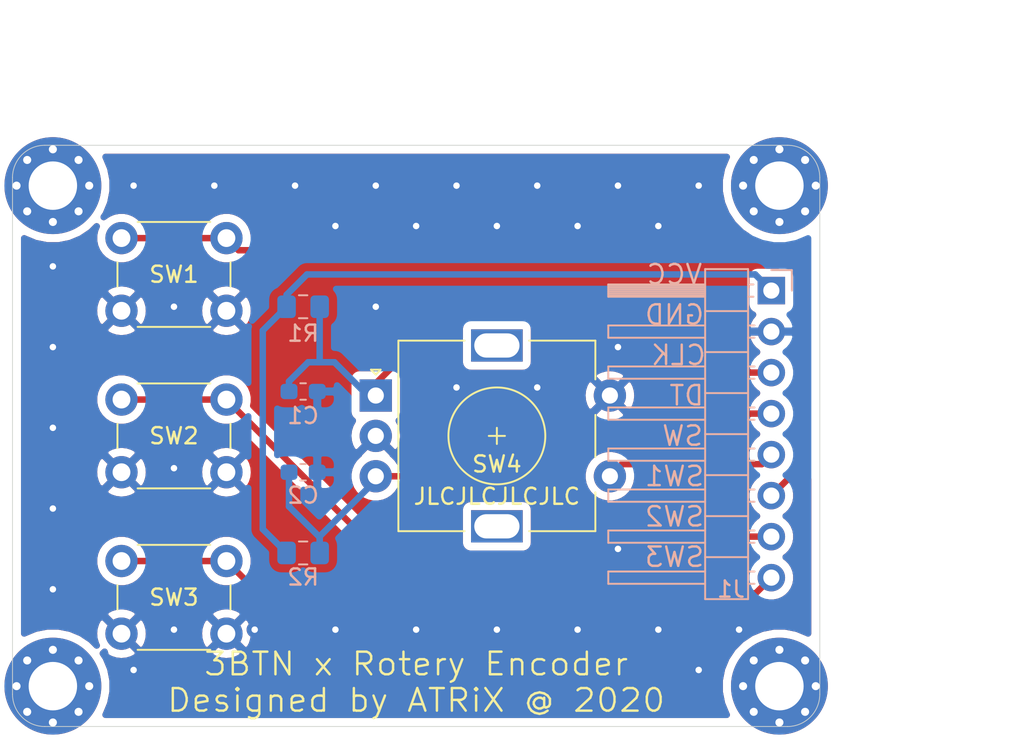
<source format=kicad_pcb>
(kicad_pcb (version 20171130) (host pcbnew "(5.1.5)-3")

  (general
    (thickness 1.6)
    (drawings 20)
    (tracks 84)
    (zones 0)
    (modules 13)
    (nets 9)
  )

  (page A4)
  (layers
    (0 F.Cu signal)
    (31 B.Cu signal)
    (32 B.Adhes user)
    (33 F.Adhes user)
    (34 B.Paste user)
    (35 F.Paste user)
    (36 B.SilkS user)
    (37 F.SilkS user)
    (38 B.Mask user)
    (39 F.Mask user)
    (40 Dwgs.User user)
    (41 Cmts.User user)
    (42 Eco1.User user)
    (43 Eco2.User user)
    (44 Edge.Cuts user)
    (45 Margin user)
    (46 B.CrtYd user hide)
    (47 F.CrtYd user hide)
    (48 B.Fab user hide)
    (49 F.Fab user hide)
  )

  (setup
    (last_trace_width 0.4)
    (trace_clearance 0.3)
    (zone_clearance 0.5)
    (zone_45_only no)
    (trace_min 0.2)
    (via_size 1)
    (via_drill 0.4)
    (via_min_size 0.4)
    (via_min_drill 0.3)
    (uvia_size 0.3)
    (uvia_drill 0.1)
    (uvias_allowed no)
    (uvia_min_size 0.2)
    (uvia_min_drill 0.1)
    (edge_width 0.05)
    (segment_width 0.2)
    (pcb_text_width 0.3)
    (pcb_text_size 1.5 1.5)
    (mod_edge_width 0.12)
    (mod_text_size 1 1)
    (mod_text_width 0.15)
    (pad_size 1.524 1.524)
    (pad_drill 0.762)
    (pad_to_mask_clearance 0.051)
    (solder_mask_min_width 0.25)
    (aux_axis_origin 0 0)
    (visible_elements 7FFFFFFF)
    (pcbplotparams
      (layerselection 0x010fc_ffffffff)
      (usegerberextensions false)
      (usegerberattributes false)
      (usegerberadvancedattributes false)
      (creategerberjobfile false)
      (excludeedgelayer true)
      (linewidth 0.100000)
      (plotframeref false)
      (viasonmask false)
      (mode 1)
      (useauxorigin false)
      (hpglpennumber 1)
      (hpglpenspeed 20)
      (hpglpendiameter 15.000000)
      (psnegative false)
      (psa4output false)
      (plotreference true)
      (plotvalue true)
      (plotinvisibletext false)
      (padsonsilk false)
      (subtractmaskfromsilk true)
      (outputformat 1)
      (mirror false)
      (drillshape 0)
      (scaleselection 1)
      (outputdirectory "gerber"))
  )

  (net 0 "")
  (net 1 CLK)
  (net 2 GND)
  (net 3 DT)
  (net 4 SW4)
  (net 5 SW3)
  (net 6 SW2)
  (net 7 SW1)
  (net 8 VCC)

  (net_class Default 这是默认网络类。
    (clearance 0.3)
    (trace_width 0.4)
    (via_dia 1)
    (via_drill 0.4)
    (uvia_dia 0.3)
    (uvia_drill 0.1)
    (add_net CLK)
    (add_net DT)
    (add_net GND)
    (add_net SW1)
    (add_net SW2)
    (add_net SW3)
    (add_net SW4)
    (add_net VCC)
  )

  (module Button_Switch_THT:SW_PUSH_6mm_H13mm (layer F.Cu) (tedit 5A02FE31) (tstamp 5E9205E3)
    (at 106.75 125.75)
    (descr "tactile push button, 6x6mm e.g. PHAP33xx series, height=13mm")
    (tags "tact sw push 6mm")
    (path /5E929F20)
    (fp_text reference SW3 (at 3.25 2.25) (layer F.SilkS)
      (effects (font (size 1 1) (thickness 0.15)))
    )
    (fp_text value SW_Push (at 3.75 6.7) (layer F.Fab)
      (effects (font (size 1 1) (thickness 0.15)))
    )
    (fp_circle (center 3.25 2.25) (end 1.25 2.5) (layer F.Fab) (width 0.1))
    (fp_line (start 6.75 3) (end 6.75 1.5) (layer F.SilkS) (width 0.12))
    (fp_line (start 5.5 -1) (end 1 -1) (layer F.SilkS) (width 0.12))
    (fp_line (start -0.25 1.5) (end -0.25 3) (layer F.SilkS) (width 0.12))
    (fp_line (start 1 5.5) (end 5.5 5.5) (layer F.SilkS) (width 0.12))
    (fp_line (start 8 -1.25) (end 8 5.75) (layer F.CrtYd) (width 0.05))
    (fp_line (start 7.75 6) (end -1.25 6) (layer F.CrtYd) (width 0.05))
    (fp_line (start -1.5 5.75) (end -1.5 -1.25) (layer F.CrtYd) (width 0.05))
    (fp_line (start -1.25 -1.5) (end 7.75 -1.5) (layer F.CrtYd) (width 0.05))
    (fp_line (start -1.5 6) (end -1.25 6) (layer F.CrtYd) (width 0.05))
    (fp_line (start -1.5 5.75) (end -1.5 6) (layer F.CrtYd) (width 0.05))
    (fp_line (start -1.5 -1.5) (end -1.25 -1.5) (layer F.CrtYd) (width 0.05))
    (fp_line (start -1.5 -1.25) (end -1.5 -1.5) (layer F.CrtYd) (width 0.05))
    (fp_line (start 8 -1.5) (end 8 -1.25) (layer F.CrtYd) (width 0.05))
    (fp_line (start 7.75 -1.5) (end 8 -1.5) (layer F.CrtYd) (width 0.05))
    (fp_line (start 8 6) (end 8 5.75) (layer F.CrtYd) (width 0.05))
    (fp_line (start 7.75 6) (end 8 6) (layer F.CrtYd) (width 0.05))
    (fp_line (start 0.25 -0.75) (end 3.25 -0.75) (layer F.Fab) (width 0.1))
    (fp_line (start 0.25 5.25) (end 0.25 -0.75) (layer F.Fab) (width 0.1))
    (fp_line (start 6.25 5.25) (end 0.25 5.25) (layer F.Fab) (width 0.1))
    (fp_line (start 6.25 -0.75) (end 6.25 5.25) (layer F.Fab) (width 0.1))
    (fp_line (start 3.25 -0.75) (end 6.25 -0.75) (layer F.Fab) (width 0.1))
    (fp_text user %R (at 3.25 2.25) (layer F.Fab)
      (effects (font (size 1 1) (thickness 0.15)))
    )
    (pad 1 thru_hole circle (at 6.5 0 90) (size 2 2) (drill 1.1) (layers *.Cu *.Mask)
      (net 4 SW4))
    (pad 2 thru_hole circle (at 6.5 4.5 90) (size 2 2) (drill 1.1) (layers *.Cu *.Mask)
      (net 2 GND))
    (pad 1 thru_hole circle (at 0 0 90) (size 2 2) (drill 1.1) (layers *.Cu *.Mask)
      (net 4 SW4))
    (pad 2 thru_hole circle (at 0 4.5 90) (size 2 2) (drill 1.1) (layers *.Cu *.Mask)
      (net 2 GND))
    (model ${KISYS3DMOD}/Button_Switch_THT.3dshapes/SW_PUSH_6mm_H13mm.wrl
      (at (xyz 0 0 0))
      (scale (xyz 1 1 1))
      (rotate (xyz 0 0 0))
    )
  )

  (module Button_Switch_THT:SW_PUSH_6mm_H13mm (layer F.Cu) (tedit 5A02FE31) (tstamp 5E9205C4)
    (at 106.75 115.75)
    (descr "tactile push button, 6x6mm e.g. PHAP33xx series, height=13mm")
    (tags "tact sw push 6mm")
    (path /5E92994E)
    (fp_text reference SW2 (at 3.25 2.25) (layer F.SilkS)
      (effects (font (size 1 1) (thickness 0.15)))
    )
    (fp_text value SW_Push (at 3.75 6.7) (layer F.Fab)
      (effects (font (size 1 1) (thickness 0.15)))
    )
    (fp_circle (center 3.25 2.25) (end 1.25 2.5) (layer F.Fab) (width 0.1))
    (fp_line (start 6.75 3) (end 6.75 1.5) (layer F.SilkS) (width 0.12))
    (fp_line (start 5.5 -1) (end 1 -1) (layer F.SilkS) (width 0.12))
    (fp_line (start -0.25 1.5) (end -0.25 3) (layer F.SilkS) (width 0.12))
    (fp_line (start 1 5.5) (end 5.5 5.5) (layer F.SilkS) (width 0.12))
    (fp_line (start 8 -1.25) (end 8 5.75) (layer F.CrtYd) (width 0.05))
    (fp_line (start 7.75 6) (end -1.25 6) (layer F.CrtYd) (width 0.05))
    (fp_line (start -1.5 5.75) (end -1.5 -1.25) (layer F.CrtYd) (width 0.05))
    (fp_line (start -1.25 -1.5) (end 7.75 -1.5) (layer F.CrtYd) (width 0.05))
    (fp_line (start -1.5 6) (end -1.25 6) (layer F.CrtYd) (width 0.05))
    (fp_line (start -1.5 5.75) (end -1.5 6) (layer F.CrtYd) (width 0.05))
    (fp_line (start -1.5 -1.5) (end -1.25 -1.5) (layer F.CrtYd) (width 0.05))
    (fp_line (start -1.5 -1.25) (end -1.5 -1.5) (layer F.CrtYd) (width 0.05))
    (fp_line (start 8 -1.5) (end 8 -1.25) (layer F.CrtYd) (width 0.05))
    (fp_line (start 7.75 -1.5) (end 8 -1.5) (layer F.CrtYd) (width 0.05))
    (fp_line (start 8 6) (end 8 5.75) (layer F.CrtYd) (width 0.05))
    (fp_line (start 7.75 6) (end 8 6) (layer F.CrtYd) (width 0.05))
    (fp_line (start 0.25 -0.75) (end 3.25 -0.75) (layer F.Fab) (width 0.1))
    (fp_line (start 0.25 5.25) (end 0.25 -0.75) (layer F.Fab) (width 0.1))
    (fp_line (start 6.25 5.25) (end 0.25 5.25) (layer F.Fab) (width 0.1))
    (fp_line (start 6.25 -0.75) (end 6.25 5.25) (layer F.Fab) (width 0.1))
    (fp_line (start 3.25 -0.75) (end 6.25 -0.75) (layer F.Fab) (width 0.1))
    (fp_text user %R (at 3.25 2.25) (layer F.Fab)
      (effects (font (size 1 1) (thickness 0.15)))
    )
    (pad 1 thru_hole circle (at 6.5 0 90) (size 2 2) (drill 1.1) (layers *.Cu *.Mask)
      (net 5 SW3))
    (pad 2 thru_hole circle (at 6.5 4.5 90) (size 2 2) (drill 1.1) (layers *.Cu *.Mask)
      (net 2 GND))
    (pad 1 thru_hole circle (at 0 0 90) (size 2 2) (drill 1.1) (layers *.Cu *.Mask)
      (net 5 SW3))
    (pad 2 thru_hole circle (at 0 4.5 90) (size 2 2) (drill 1.1) (layers *.Cu *.Mask)
      (net 2 GND))
    (model ${KISYS3DMOD}/Button_Switch_THT.3dshapes/SW_PUSH_6mm_H13mm.wrl
      (at (xyz 0 0 0))
      (scale (xyz 1 1 1))
      (rotate (xyz 0 0 0))
    )
  )

  (module Button_Switch_THT:SW_PUSH_6mm_H13mm (layer F.Cu) (tedit 5A02FE31) (tstamp 5E9205A5)
    (at 106.75 105.75)
    (descr "tactile push button, 6x6mm e.g. PHAP33xx series, height=13mm")
    (tags "tact sw push 6mm")
    (path /5E91B320)
    (fp_text reference SW1 (at 3.25 2.25) (layer F.SilkS)
      (effects (font (size 1 1) (thickness 0.15)))
    )
    (fp_text value SW_Push (at 3.75 6.7) (layer F.Fab)
      (effects (font (size 1 1) (thickness 0.15)))
    )
    (fp_circle (center 3.25 2.25) (end 1.25 2.5) (layer F.Fab) (width 0.1))
    (fp_line (start 6.75 3) (end 6.75 1.5) (layer F.SilkS) (width 0.12))
    (fp_line (start 5.5 -1) (end 1 -1) (layer F.SilkS) (width 0.12))
    (fp_line (start -0.25 1.5) (end -0.25 3) (layer F.SilkS) (width 0.12))
    (fp_line (start 1 5.5) (end 5.5 5.5) (layer F.SilkS) (width 0.12))
    (fp_line (start 8 -1.25) (end 8 5.75) (layer F.CrtYd) (width 0.05))
    (fp_line (start 7.75 6) (end -1.25 6) (layer F.CrtYd) (width 0.05))
    (fp_line (start -1.5 5.75) (end -1.5 -1.25) (layer F.CrtYd) (width 0.05))
    (fp_line (start -1.25 -1.5) (end 7.75 -1.5) (layer F.CrtYd) (width 0.05))
    (fp_line (start -1.5 6) (end -1.25 6) (layer F.CrtYd) (width 0.05))
    (fp_line (start -1.5 5.75) (end -1.5 6) (layer F.CrtYd) (width 0.05))
    (fp_line (start -1.5 -1.5) (end -1.25 -1.5) (layer F.CrtYd) (width 0.05))
    (fp_line (start -1.5 -1.25) (end -1.5 -1.5) (layer F.CrtYd) (width 0.05))
    (fp_line (start 8 -1.5) (end 8 -1.25) (layer F.CrtYd) (width 0.05))
    (fp_line (start 7.75 -1.5) (end 8 -1.5) (layer F.CrtYd) (width 0.05))
    (fp_line (start 8 6) (end 8 5.75) (layer F.CrtYd) (width 0.05))
    (fp_line (start 7.75 6) (end 8 6) (layer F.CrtYd) (width 0.05))
    (fp_line (start 0.25 -0.75) (end 3.25 -0.75) (layer F.Fab) (width 0.1))
    (fp_line (start 0.25 5.25) (end 0.25 -0.75) (layer F.Fab) (width 0.1))
    (fp_line (start 6.25 5.25) (end 0.25 5.25) (layer F.Fab) (width 0.1))
    (fp_line (start 6.25 -0.75) (end 6.25 5.25) (layer F.Fab) (width 0.1))
    (fp_line (start 3.25 -0.75) (end 6.25 -0.75) (layer F.Fab) (width 0.1))
    (fp_text user %R (at 3.25 2.25) (layer F.Fab)
      (effects (font (size 1 1) (thickness 0.15)))
    )
    (pad 1 thru_hole circle (at 6.5 0 90) (size 2 2) (drill 1.1) (layers *.Cu *.Mask)
      (net 6 SW2))
    (pad 2 thru_hole circle (at 6.5 4.5 90) (size 2 2) (drill 1.1) (layers *.Cu *.Mask)
      (net 2 GND))
    (pad 1 thru_hole circle (at 0 0 90) (size 2 2) (drill 1.1) (layers *.Cu *.Mask)
      (net 6 SW2))
    (pad 2 thru_hole circle (at 0 4.5 90) (size 2 2) (drill 1.1) (layers *.Cu *.Mask)
      (net 2 GND))
    (model ${KISYS3DMOD}/Button_Switch_THT.3dshapes/SW_PUSH_6mm_H13mm.wrl
      (at (xyz 0 0 0))
      (scale (xyz 1 1 1))
      (rotate (xyz 0 0 0))
    )
  )

  (module atrix_encoder:RotaryEncoder_Alps_EC11E-Switch_Vertical_H20mm (layer F.Cu) (tedit 5E947097) (tstamp 5E94CDB6)
    (at 122.5 115.5)
    (descr "Alps rotary encoder, EC12E... with switch, vertical shaft, http://www.alps.com/prod/info/E/HTML/Encoder/Incremental/EC11/EC11E15204A3.html")
    (tags "rotary encoder")
    (path /5E947D77)
    (fp_text reference SW4 (at 7.5 4.25) (layer F.SilkS)
      (effects (font (size 1 1) (thickness 0.15)))
    )
    (fp_text value Rotary_Encoder_Switch (at 7.5 10.4) (layer F.Fab)
      (effects (font (size 1 1) (thickness 0.15)))
    )
    (fp_circle (center 7.5 2.5) (end 10.5 2.5) (layer F.Fab) (width 0.12))
    (fp_circle (center 7.5 2.5) (end 10.5 2.5) (layer F.SilkS) (width 0.12))
    (fp_line (start 16 9.6) (end -1.5 9.6) (layer F.CrtYd) (width 0.05))
    (fp_line (start 16 9.6) (end 16 -4.6) (layer F.CrtYd) (width 0.05))
    (fp_line (start -1.5 -4.6) (end -1.5 9.6) (layer F.CrtYd) (width 0.05))
    (fp_line (start -1.5 -4.6) (end 16 -4.6) (layer F.CrtYd) (width 0.05))
    (fp_line (start 2.5 -3.3) (end 13.5 -3.3) (layer F.Fab) (width 0.12))
    (fp_line (start 13.5 -3.3) (end 13.5 8.3) (layer F.Fab) (width 0.12))
    (fp_line (start 13.5 8.3) (end 1.5 8.3) (layer F.Fab) (width 0.12))
    (fp_line (start 1.5 8.3) (end 1.5 -2.2) (layer F.Fab) (width 0.12))
    (fp_line (start 1.5 -2.2) (end 2.5 -3.3) (layer F.Fab) (width 0.12))
    (fp_line (start 9.5 -3.4) (end 13.6 -3.4) (layer F.SilkS) (width 0.12))
    (fp_line (start 13.6 8.4) (end 9.5 8.4) (layer F.SilkS) (width 0.12))
    (fp_line (start 5.5 8.4) (end 1.4 8.4) (layer F.SilkS) (width 0.12))
    (fp_line (start 5.5 -3.4) (end 1.4 -3.4) (layer F.SilkS) (width 0.12))
    (fp_line (start 1.4 -3.4) (end 1.4 8.4) (layer F.SilkS) (width 0.12))
    (fp_line (start 0 -1.3) (end -0.3 -1.6) (layer F.SilkS) (width 0.12))
    (fp_line (start -0.3 -1.6) (end 0.3 -1.6) (layer F.SilkS) (width 0.12))
    (fp_line (start 0.3 -1.6) (end 0 -1.3) (layer F.SilkS) (width 0.12))
    (fp_line (start 7.5 -0.5) (end 7.5 5.5) (layer F.Fab) (width 0.12))
    (fp_line (start 4.5 2.5) (end 10.5 2.5) (layer F.Fab) (width 0.12))
    (fp_line (start 13.6 -3.4) (end 13.6 -1) (layer F.SilkS) (width 0.12))
    (fp_line (start 13.6 1.2) (end 13.6 3.8) (layer F.SilkS) (width 0.12))
    (fp_line (start 13.6 6) (end 13.6 8.4) (layer F.SilkS) (width 0.12))
    (fp_line (start 7.5 2) (end 7.5 3) (layer F.SilkS) (width 0.12))
    (fp_line (start 7 2.5) (end 8 2.5) (layer F.SilkS) (width 0.12))
    (fp_text user %R (at 11.1 6.3) (layer F.Fab)
      (effects (font (size 1 1) (thickness 0.15)))
    )
    (pad A thru_hole rect (at 0 0) (size 2 2) (drill 1) (layers *.Cu *.Mask)
      (net 1 CLK))
    (pad C thru_hole circle (at 0 2.5) (size 2 2) (drill 1) (layers *.Cu *.Mask)
      (net 2 GND))
    (pad B thru_hole circle (at 0 5) (size 2 2) (drill 1) (layers *.Cu *.Mask)
      (net 3 DT))
    (pad MP thru_hole rect (at 7.5 -3.1) (size 3.2 2) (drill oval 2.8 1.5) (layers *.Cu *.Mask))
    (pad MP thru_hole rect (at 7.5 8.1) (size 3.2 2) (drill oval 2.8 1.5) (layers *.Cu *.Mask))
    (pad S2 thru_hole circle (at 14.5 0) (size 2 2) (drill 1) (layers *.Cu *.Mask)
      (net 2 GND))
    (pad S1 thru_hole circle (at 14.5 5) (size 2 2) (drill 1) (layers *.Cu *.Mask)
      (net 7 SW1))
    (model ${KISYS3DMOD}/Rotary_Encoder.3dshapes/RotaryEncoder_Alps_EC11E-Switch_Vertical_H20mm.wrl
      (at (xyz 0 0 0))
      (scale (xyz 1 1 1))
      (rotate (xyz 0 0 0))
    )
    (model ${KIPRJMOD}/atrix_encoder.pretty/3dpackages/EC11E-05SW.STEP
      (offset (xyz 7.5 -2.25 -11.5))
      (scale (xyz 1 1 1))
      (rotate (xyz 0 180 90))
    )
  )

  (module MountingHole:MountingHole_3mm_Pad_Via (layer F.Cu) (tedit 56DDBED4) (tstamp 5E922C37)
    (at 147.5 102.5)
    (descr "Mounting Hole 3mm")
    (tags "mounting hole 3mm")
    (attr virtual)
    (fp_text reference REF4 (at 17.5 -2.5) (layer F.SilkS) hide
      (effects (font (size 1 1) (thickness 0.15)))
    )
    (fp_text value MountingHole_3mm_Pad_Via (at 0 4) (layer F.Fab)
      (effects (font (size 1 1) (thickness 0.15)))
    )
    (fp_text user %R (at 0.3 0) (layer F.Fab)
      (effects (font (size 1 1) (thickness 0.15)))
    )
    (fp_circle (center 0 0) (end 3 0) (layer Cmts.User) (width 0.15))
    (fp_circle (center 0 0) (end 3.25 0) (layer F.CrtYd) (width 0.05))
    (pad 1 thru_hole circle (at 0 0) (size 6 6) (drill 3) (layers *.Cu *.Mask))
    (pad 1 thru_hole circle (at 2.25 0) (size 0.8 0.8) (drill 0.5) (layers *.Cu *.Mask))
    (pad 1 thru_hole circle (at 1.59099 1.59099) (size 0.8 0.8) (drill 0.5) (layers *.Cu *.Mask))
    (pad 1 thru_hole circle (at 0 2.25) (size 0.8 0.8) (drill 0.5) (layers *.Cu *.Mask))
    (pad 1 thru_hole circle (at -1.59099 1.59099) (size 0.8 0.8) (drill 0.5) (layers *.Cu *.Mask))
    (pad 1 thru_hole circle (at -2.25 0) (size 0.8 0.8) (drill 0.5) (layers *.Cu *.Mask))
    (pad 1 thru_hole circle (at -1.59099 -1.59099) (size 0.8 0.8) (drill 0.5) (layers *.Cu *.Mask))
    (pad 1 thru_hole circle (at 0 -2.25) (size 0.8 0.8) (drill 0.5) (layers *.Cu *.Mask))
    (pad 1 thru_hole circle (at 1.59099 -1.59099) (size 0.8 0.8) (drill 0.5) (layers *.Cu *.Mask))
  )

  (module MountingHole:MountingHole_3mm_Pad_Via (layer F.Cu) (tedit 56DDBED4) (tstamp 5E922C19)
    (at 102.5 102.5)
    (descr "Mounting Hole 3mm")
    (tags "mounting hole 3mm")
    (attr virtual)
    (fp_text reference REF3 (at 17.5 -6.5) (layer F.SilkS) hide
      (effects (font (size 1 1) (thickness 0.15)))
    )
    (fp_text value MountingHole_3mm_Pad_Via (at 0 4) (layer F.Fab)
      (effects (font (size 1 1) (thickness 0.15)))
    )
    (fp_circle (center 0 0) (end 3.25 0) (layer F.CrtYd) (width 0.05))
    (fp_circle (center 0 0) (end 3 0) (layer Cmts.User) (width 0.15))
    (fp_text user %R (at 0.3 0) (layer F.Fab)
      (effects (font (size 1 1) (thickness 0.15)))
    )
    (pad 1 thru_hole circle (at 1.59099 -1.59099) (size 0.8 0.8) (drill 0.5) (layers *.Cu *.Mask))
    (pad 1 thru_hole circle (at 0 -2.25) (size 0.8 0.8) (drill 0.5) (layers *.Cu *.Mask))
    (pad 1 thru_hole circle (at -1.59099 -1.59099) (size 0.8 0.8) (drill 0.5) (layers *.Cu *.Mask))
    (pad 1 thru_hole circle (at -2.25 0) (size 0.8 0.8) (drill 0.5) (layers *.Cu *.Mask))
    (pad 1 thru_hole circle (at -1.59099 1.59099) (size 0.8 0.8) (drill 0.5) (layers *.Cu *.Mask))
    (pad 1 thru_hole circle (at 0 2.25) (size 0.8 0.8) (drill 0.5) (layers *.Cu *.Mask))
    (pad 1 thru_hole circle (at 1.59099 1.59099) (size 0.8 0.8) (drill 0.5) (layers *.Cu *.Mask))
    (pad 1 thru_hole circle (at 2.25 0) (size 0.8 0.8) (drill 0.5) (layers *.Cu *.Mask))
    (pad 1 thru_hole circle (at 0 0) (size 6 6) (drill 3) (layers *.Cu *.Mask))
  )

  (module MountingHole:MountingHole_3mm_Pad_Via (layer F.Cu) (tedit 56DDBED4) (tstamp 5E922BF8)
    (at 102.5 133.5)
    (descr "Mounting Hole 3mm")
    (tags "mounting hole 3mm")
    (attr virtual)
    (fp_text reference REF2 (at -20.75 -10.75) (layer F.SilkS) hide
      (effects (font (size 1 1) (thickness 0.15)))
    )
    (fp_text value MountingHole_3mm_Pad_Via (at 0 4) (layer F.Fab)
      (effects (font (size 1 1) (thickness 0.15)))
    )
    (fp_text user %R (at 0.3 0) (layer F.Fab)
      (effects (font (size 1 1) (thickness 0.15)))
    )
    (fp_circle (center 0 0) (end 3 0) (layer Cmts.User) (width 0.15))
    (fp_circle (center 0 0) (end 3.25 0) (layer F.CrtYd) (width 0.05))
    (pad 1 thru_hole circle (at 0 0) (size 6 6) (drill 3) (layers *.Cu *.Mask))
    (pad 1 thru_hole circle (at 2.25 0) (size 0.8 0.8) (drill 0.5) (layers *.Cu *.Mask))
    (pad 1 thru_hole circle (at 1.59099 1.59099) (size 0.8 0.8) (drill 0.5) (layers *.Cu *.Mask))
    (pad 1 thru_hole circle (at 0 2.25) (size 0.8 0.8) (drill 0.5) (layers *.Cu *.Mask))
    (pad 1 thru_hole circle (at -1.59099 1.59099) (size 0.8 0.8) (drill 0.5) (layers *.Cu *.Mask))
    (pad 1 thru_hole circle (at -2.25 0) (size 0.8 0.8) (drill 0.5) (layers *.Cu *.Mask))
    (pad 1 thru_hole circle (at -1.59099 -1.59099) (size 0.8 0.8) (drill 0.5) (layers *.Cu *.Mask))
    (pad 1 thru_hole circle (at 0 -2.25) (size 0.8 0.8) (drill 0.5) (layers *.Cu *.Mask))
    (pad 1 thru_hole circle (at 1.59099 -1.59099) (size 0.8 0.8) (drill 0.5) (layers *.Cu *.Mask))
  )

  (module MountingHole:MountingHole_3mm_Pad_Via (layer F.Cu) (tedit 56DDBED4) (tstamp 5E922B05)
    (at 147.5 133.5)
    (descr "Mounting Hole 3mm")
    (tags "mounting hole 3mm")
    (attr virtual)
    (fp_text reference REF1 (at 17.5 -2.5) (layer F.SilkS) hide
      (effects (font (size 1 1) (thickness 0.15)))
    )
    (fp_text value MountingHole_3mm_Pad_Via (at 0 4) (layer F.Fab)
      (effects (font (size 1 1) (thickness 0.15)))
    )
    (fp_circle (center 0 0) (end 3.25 0) (layer F.CrtYd) (width 0.05))
    (fp_circle (center 0 0) (end 3 0) (layer Cmts.User) (width 0.15))
    (fp_text user %R (at 0.3 0) (layer F.Fab)
      (effects (font (size 1 1) (thickness 0.15)))
    )
    (pad 1 thru_hole circle (at 1.59099 -1.59099) (size 0.8 0.8) (drill 0.5) (layers *.Cu *.Mask))
    (pad 1 thru_hole circle (at 0 -2.25) (size 0.8 0.8) (drill 0.5) (layers *.Cu *.Mask))
    (pad 1 thru_hole circle (at -1.59099 -1.59099) (size 0.8 0.8) (drill 0.5) (layers *.Cu *.Mask))
    (pad 1 thru_hole circle (at -2.25 0) (size 0.8 0.8) (drill 0.5) (layers *.Cu *.Mask))
    (pad 1 thru_hole circle (at -1.59099 1.59099) (size 0.8 0.8) (drill 0.5) (layers *.Cu *.Mask))
    (pad 1 thru_hole circle (at 0 2.25) (size 0.8 0.8) (drill 0.5) (layers *.Cu *.Mask))
    (pad 1 thru_hole circle (at 1.59099 1.59099) (size 0.8 0.8) (drill 0.5) (layers *.Cu *.Mask))
    (pad 1 thru_hole circle (at 2.25 0) (size 0.8 0.8) (drill 0.5) (layers *.Cu *.Mask))
    (pad 1 thru_hole circle (at 0 0) (size 6 6) (drill 3) (layers *.Cu *.Mask))
  )

  (module Resistor_SMD:R_0805_2012Metric_Pad1.15x1.40mm_HandSolder (layer B.Cu) (tedit 5B36C52B) (tstamp 5E920586)
    (at 118 125.25 180)
    (descr "Resistor SMD 0805 (2012 Metric), square (rectangular) end terminal, IPC_7351 nominal with elongated pad for handsoldering. (Body size source: https://docs.google.com/spreadsheets/d/1BsfQQcO9C6DZCsRaXUlFlo91Tg2WpOkGARC1WS5S8t0/edit?usp=sharing), generated with kicad-footprint-generator")
    (tags "resistor handsolder")
    (path /5E922631)
    (attr smd)
    (fp_text reference R2 (at 0 -1.5 180) (layer B.SilkS)
      (effects (font (size 1 1) (thickness 0.15)) (justify mirror))
    )
    (fp_text value R (at 0 -1.65 180) (layer B.Fab)
      (effects (font (size 1 1) (thickness 0.15)) (justify mirror))
    )
    (fp_text user %R (at 0 0 180) (layer B.Fab)
      (effects (font (size 0.5 0.5) (thickness 0.08)) (justify mirror))
    )
    (fp_line (start 1.85 -0.95) (end -1.85 -0.95) (layer B.CrtYd) (width 0.05))
    (fp_line (start 1.85 0.95) (end 1.85 -0.95) (layer B.CrtYd) (width 0.05))
    (fp_line (start -1.85 0.95) (end 1.85 0.95) (layer B.CrtYd) (width 0.05))
    (fp_line (start -1.85 -0.95) (end -1.85 0.95) (layer B.CrtYd) (width 0.05))
    (fp_line (start -0.261252 -0.71) (end 0.261252 -0.71) (layer B.SilkS) (width 0.12))
    (fp_line (start -0.261252 0.71) (end 0.261252 0.71) (layer B.SilkS) (width 0.12))
    (fp_line (start 1 -0.6) (end -1 -0.6) (layer B.Fab) (width 0.1))
    (fp_line (start 1 0.6) (end 1 -0.6) (layer B.Fab) (width 0.1))
    (fp_line (start -1 0.6) (end 1 0.6) (layer B.Fab) (width 0.1))
    (fp_line (start -1 -0.6) (end -1 0.6) (layer B.Fab) (width 0.1))
    (pad 2 smd roundrect (at 1.025 0 180) (size 1.15 1.4) (layers B.Cu B.Paste B.Mask) (roundrect_rratio 0.217391)
      (net 8 VCC))
    (pad 1 smd roundrect (at -1.025 0 180) (size 1.15 1.4) (layers B.Cu B.Paste B.Mask) (roundrect_rratio 0.217391)
      (net 3 DT))
    (model ${KISYS3DMOD}/Resistor_SMD.3dshapes/R_0805_2012Metric.wrl
      (at (xyz 0 0 0))
      (scale (xyz 1 1 1))
      (rotate (xyz 0 0 0))
    )
  )

  (module Resistor_SMD:R_0805_2012Metric_Pad1.15x1.40mm_HandSolder (layer B.Cu) (tedit 5B36C52B) (tstamp 5E920575)
    (at 118 110)
    (descr "Resistor SMD 0805 (2012 Metric), square (rectangular) end terminal, IPC_7351 nominal with elongated pad for handsoldering. (Body size source: https://docs.google.com/spreadsheets/d/1BsfQQcO9C6DZCsRaXUlFlo91Tg2WpOkGARC1WS5S8t0/edit?usp=sharing), generated with kicad-footprint-generator")
    (tags "resistor handsolder")
    (path /5E921DA5)
    (attr smd)
    (fp_text reference R1 (at 0 1.65 180) (layer B.SilkS)
      (effects (font (size 1 1) (thickness 0.15)) (justify mirror))
    )
    (fp_text value R (at 0 -1.65 180) (layer B.Fab)
      (effects (font (size 1 1) (thickness 0.15)) (justify mirror))
    )
    (fp_text user %R (at 0 0 180) (layer B.Fab)
      (effects (font (size 0.5 0.5) (thickness 0.08)) (justify mirror))
    )
    (fp_line (start 1.85 -0.95) (end -1.85 -0.95) (layer B.CrtYd) (width 0.05))
    (fp_line (start 1.85 0.95) (end 1.85 -0.95) (layer B.CrtYd) (width 0.05))
    (fp_line (start -1.85 0.95) (end 1.85 0.95) (layer B.CrtYd) (width 0.05))
    (fp_line (start -1.85 -0.95) (end -1.85 0.95) (layer B.CrtYd) (width 0.05))
    (fp_line (start -0.261252 -0.71) (end 0.261252 -0.71) (layer B.SilkS) (width 0.12))
    (fp_line (start -0.261252 0.71) (end 0.261252 0.71) (layer B.SilkS) (width 0.12))
    (fp_line (start 1 -0.6) (end -1 -0.6) (layer B.Fab) (width 0.1))
    (fp_line (start 1 0.6) (end 1 -0.6) (layer B.Fab) (width 0.1))
    (fp_line (start -1 0.6) (end 1 0.6) (layer B.Fab) (width 0.1))
    (fp_line (start -1 -0.6) (end -1 0.6) (layer B.Fab) (width 0.1))
    (pad 2 smd roundrect (at 1.025 0) (size 1.15 1.4) (layers B.Cu B.Paste B.Mask) (roundrect_rratio 0.217391)
      (net 1 CLK))
    (pad 1 smd roundrect (at -1.025 0) (size 1.15 1.4) (layers B.Cu B.Paste B.Mask) (roundrect_rratio 0.217391)
      (net 8 VCC))
    (model ${KISYS3DMOD}/Resistor_SMD.3dshapes/R_0805_2012Metric.wrl
      (at (xyz 0 0 0))
      (scale (xyz 1 1 1))
      (rotate (xyz 0 0 0))
    )
  )

  (module Connector_PinHeader_2.54mm:PinHeader_1x08_P2.54mm_Horizontal (layer B.Cu) (tedit 59FED5CB) (tstamp 5E920564)
    (at 147 109 180)
    (descr "Through hole angled pin header, 1x08, 2.54mm pitch, 6mm pin length, single row")
    (tags "Through hole angled pin header THT 1x08 2.54mm single row")
    (path /5E91B8B4)
    (fp_text reference J1 (at 2.5 -18.5) (layer B.SilkS)
      (effects (font (size 1 1) (thickness 0.15)) (justify mirror))
    )
    (fp_text value Conn_01x08_Male (at 4.385 -20.05) (layer B.Fab)
      (effects (font (size 1 1) (thickness 0.15)) (justify mirror))
    )
    (fp_text user %R (at 2.77 -8.89 270) (layer B.Fab)
      (effects (font (size 1 1) (thickness 0.15)) (justify mirror))
    )
    (fp_line (start 10.55 1.8) (end -1.8 1.8) (layer B.CrtYd) (width 0.05))
    (fp_line (start 10.55 -19.55) (end 10.55 1.8) (layer B.CrtYd) (width 0.05))
    (fp_line (start -1.8 -19.55) (end 10.55 -19.55) (layer B.CrtYd) (width 0.05))
    (fp_line (start -1.8 1.8) (end -1.8 -19.55) (layer B.CrtYd) (width 0.05))
    (fp_line (start -1.27 1.27) (end 0 1.27) (layer B.SilkS) (width 0.12))
    (fp_line (start -1.27 0) (end -1.27 1.27) (layer B.SilkS) (width 0.12))
    (fp_line (start 1.042929 -18.16) (end 1.44 -18.16) (layer B.SilkS) (width 0.12))
    (fp_line (start 1.042929 -17.4) (end 1.44 -17.4) (layer B.SilkS) (width 0.12))
    (fp_line (start 10.1 -18.16) (end 4.1 -18.16) (layer B.SilkS) (width 0.12))
    (fp_line (start 10.1 -17.4) (end 10.1 -18.16) (layer B.SilkS) (width 0.12))
    (fp_line (start 4.1 -17.4) (end 10.1 -17.4) (layer B.SilkS) (width 0.12))
    (fp_line (start 1.44 -16.51) (end 4.1 -16.51) (layer B.SilkS) (width 0.12))
    (fp_line (start 1.042929 -15.62) (end 1.44 -15.62) (layer B.SilkS) (width 0.12))
    (fp_line (start 1.042929 -14.86) (end 1.44 -14.86) (layer B.SilkS) (width 0.12))
    (fp_line (start 10.1 -15.62) (end 4.1 -15.62) (layer B.SilkS) (width 0.12))
    (fp_line (start 10.1 -14.86) (end 10.1 -15.62) (layer B.SilkS) (width 0.12))
    (fp_line (start 4.1 -14.86) (end 10.1 -14.86) (layer B.SilkS) (width 0.12))
    (fp_line (start 1.44 -13.97) (end 4.1 -13.97) (layer B.SilkS) (width 0.12))
    (fp_line (start 1.042929 -13.08) (end 1.44 -13.08) (layer B.SilkS) (width 0.12))
    (fp_line (start 1.042929 -12.32) (end 1.44 -12.32) (layer B.SilkS) (width 0.12))
    (fp_line (start 10.1 -13.08) (end 4.1 -13.08) (layer B.SilkS) (width 0.12))
    (fp_line (start 10.1 -12.32) (end 10.1 -13.08) (layer B.SilkS) (width 0.12))
    (fp_line (start 4.1 -12.32) (end 10.1 -12.32) (layer B.SilkS) (width 0.12))
    (fp_line (start 1.44 -11.43) (end 4.1 -11.43) (layer B.SilkS) (width 0.12))
    (fp_line (start 1.042929 -10.54) (end 1.44 -10.54) (layer B.SilkS) (width 0.12))
    (fp_line (start 1.042929 -9.78) (end 1.44 -9.78) (layer B.SilkS) (width 0.12))
    (fp_line (start 10.1 -10.54) (end 4.1 -10.54) (layer B.SilkS) (width 0.12))
    (fp_line (start 10.1 -9.78) (end 10.1 -10.54) (layer B.SilkS) (width 0.12))
    (fp_line (start 4.1 -9.78) (end 10.1 -9.78) (layer B.SilkS) (width 0.12))
    (fp_line (start 1.44 -8.89) (end 4.1 -8.89) (layer B.SilkS) (width 0.12))
    (fp_line (start 1.042929 -8) (end 1.44 -8) (layer B.SilkS) (width 0.12))
    (fp_line (start 1.042929 -7.24) (end 1.44 -7.24) (layer B.SilkS) (width 0.12))
    (fp_line (start 10.1 -8) (end 4.1 -8) (layer B.SilkS) (width 0.12))
    (fp_line (start 10.1 -7.24) (end 10.1 -8) (layer B.SilkS) (width 0.12))
    (fp_line (start 4.1 -7.24) (end 10.1 -7.24) (layer B.SilkS) (width 0.12))
    (fp_line (start 1.44 -6.35) (end 4.1 -6.35) (layer B.SilkS) (width 0.12))
    (fp_line (start 1.042929 -5.46) (end 1.44 -5.46) (layer B.SilkS) (width 0.12))
    (fp_line (start 1.042929 -4.7) (end 1.44 -4.7) (layer B.SilkS) (width 0.12))
    (fp_line (start 10.1 -5.46) (end 4.1 -5.46) (layer B.SilkS) (width 0.12))
    (fp_line (start 10.1 -4.7) (end 10.1 -5.46) (layer B.SilkS) (width 0.12))
    (fp_line (start 4.1 -4.7) (end 10.1 -4.7) (layer B.SilkS) (width 0.12))
    (fp_line (start 1.44 -3.81) (end 4.1 -3.81) (layer B.SilkS) (width 0.12))
    (fp_line (start 1.042929 -2.92) (end 1.44 -2.92) (layer B.SilkS) (width 0.12))
    (fp_line (start 1.042929 -2.16) (end 1.44 -2.16) (layer B.SilkS) (width 0.12))
    (fp_line (start 10.1 -2.92) (end 4.1 -2.92) (layer B.SilkS) (width 0.12))
    (fp_line (start 10.1 -2.16) (end 10.1 -2.92) (layer B.SilkS) (width 0.12))
    (fp_line (start 4.1 -2.16) (end 10.1 -2.16) (layer B.SilkS) (width 0.12))
    (fp_line (start 1.44 -1.27) (end 4.1 -1.27) (layer B.SilkS) (width 0.12))
    (fp_line (start 1.11 -0.38) (end 1.44 -0.38) (layer B.SilkS) (width 0.12))
    (fp_line (start 1.11 0.38) (end 1.44 0.38) (layer B.SilkS) (width 0.12))
    (fp_line (start 4.1 -0.28) (end 10.1 -0.28) (layer B.SilkS) (width 0.12))
    (fp_line (start 4.1 -0.16) (end 10.1 -0.16) (layer B.SilkS) (width 0.12))
    (fp_line (start 4.1 -0.04) (end 10.1 -0.04) (layer B.SilkS) (width 0.12))
    (fp_line (start 4.1 0.08) (end 10.1 0.08) (layer B.SilkS) (width 0.12))
    (fp_line (start 4.1 0.2) (end 10.1 0.2) (layer B.SilkS) (width 0.12))
    (fp_line (start 4.1 0.32) (end 10.1 0.32) (layer B.SilkS) (width 0.12))
    (fp_line (start 10.1 -0.38) (end 4.1 -0.38) (layer B.SilkS) (width 0.12))
    (fp_line (start 10.1 0.38) (end 10.1 -0.38) (layer B.SilkS) (width 0.12))
    (fp_line (start 4.1 0.38) (end 10.1 0.38) (layer B.SilkS) (width 0.12))
    (fp_line (start 4.1 1.33) (end 1.44 1.33) (layer B.SilkS) (width 0.12))
    (fp_line (start 4.1 -19.11) (end 4.1 1.33) (layer B.SilkS) (width 0.12))
    (fp_line (start 1.44 -19.11) (end 4.1 -19.11) (layer B.SilkS) (width 0.12))
    (fp_line (start 1.44 1.33) (end 1.44 -19.11) (layer B.SilkS) (width 0.12))
    (fp_line (start 4.04 -18.1) (end 10.04 -18.1) (layer B.Fab) (width 0.1))
    (fp_line (start 10.04 -17.46) (end 10.04 -18.1) (layer B.Fab) (width 0.1))
    (fp_line (start 4.04 -17.46) (end 10.04 -17.46) (layer B.Fab) (width 0.1))
    (fp_line (start -0.32 -18.1) (end 1.5 -18.1) (layer B.Fab) (width 0.1))
    (fp_line (start -0.32 -17.46) (end -0.32 -18.1) (layer B.Fab) (width 0.1))
    (fp_line (start -0.32 -17.46) (end 1.5 -17.46) (layer B.Fab) (width 0.1))
    (fp_line (start 4.04 -15.56) (end 10.04 -15.56) (layer B.Fab) (width 0.1))
    (fp_line (start 10.04 -14.92) (end 10.04 -15.56) (layer B.Fab) (width 0.1))
    (fp_line (start 4.04 -14.92) (end 10.04 -14.92) (layer B.Fab) (width 0.1))
    (fp_line (start -0.32 -15.56) (end 1.5 -15.56) (layer B.Fab) (width 0.1))
    (fp_line (start -0.32 -14.92) (end -0.32 -15.56) (layer B.Fab) (width 0.1))
    (fp_line (start -0.32 -14.92) (end 1.5 -14.92) (layer B.Fab) (width 0.1))
    (fp_line (start 4.04 -13.02) (end 10.04 -13.02) (layer B.Fab) (width 0.1))
    (fp_line (start 10.04 -12.38) (end 10.04 -13.02) (layer B.Fab) (width 0.1))
    (fp_line (start 4.04 -12.38) (end 10.04 -12.38) (layer B.Fab) (width 0.1))
    (fp_line (start -0.32 -13.02) (end 1.5 -13.02) (layer B.Fab) (width 0.1))
    (fp_line (start -0.32 -12.38) (end -0.32 -13.02) (layer B.Fab) (width 0.1))
    (fp_line (start -0.32 -12.38) (end 1.5 -12.38) (layer B.Fab) (width 0.1))
    (fp_line (start 4.04 -10.48) (end 10.04 -10.48) (layer B.Fab) (width 0.1))
    (fp_line (start 10.04 -9.84) (end 10.04 -10.48) (layer B.Fab) (width 0.1))
    (fp_line (start 4.04 -9.84) (end 10.04 -9.84) (layer B.Fab) (width 0.1))
    (fp_line (start -0.32 -10.48) (end 1.5 -10.48) (layer B.Fab) (width 0.1))
    (fp_line (start -0.32 -9.84) (end -0.32 -10.48) (layer B.Fab) (width 0.1))
    (fp_line (start -0.32 -9.84) (end 1.5 -9.84) (layer B.Fab) (width 0.1))
    (fp_line (start 4.04 -7.94) (end 10.04 -7.94) (layer B.Fab) (width 0.1))
    (fp_line (start 10.04 -7.3) (end 10.04 -7.94) (layer B.Fab) (width 0.1))
    (fp_line (start 4.04 -7.3) (end 10.04 -7.3) (layer B.Fab) (width 0.1))
    (fp_line (start -0.32 -7.94) (end 1.5 -7.94) (layer B.Fab) (width 0.1))
    (fp_line (start -0.32 -7.3) (end -0.32 -7.94) (layer B.Fab) (width 0.1))
    (fp_line (start -0.32 -7.3) (end 1.5 -7.3) (layer B.Fab) (width 0.1))
    (fp_line (start 4.04 -5.4) (end 10.04 -5.4) (layer B.Fab) (width 0.1))
    (fp_line (start 10.04 -4.76) (end 10.04 -5.4) (layer B.Fab) (width 0.1))
    (fp_line (start 4.04 -4.76) (end 10.04 -4.76) (layer B.Fab) (width 0.1))
    (fp_line (start -0.32 -5.4) (end 1.5 -5.4) (layer B.Fab) (width 0.1))
    (fp_line (start -0.32 -4.76) (end -0.32 -5.4) (layer B.Fab) (width 0.1))
    (fp_line (start -0.32 -4.76) (end 1.5 -4.76) (layer B.Fab) (width 0.1))
    (fp_line (start 4.04 -2.86) (end 10.04 -2.86) (layer B.Fab) (width 0.1))
    (fp_line (start 10.04 -2.22) (end 10.04 -2.86) (layer B.Fab) (width 0.1))
    (fp_line (start 4.04 -2.22) (end 10.04 -2.22) (layer B.Fab) (width 0.1))
    (fp_line (start -0.32 -2.86) (end 1.5 -2.86) (layer B.Fab) (width 0.1))
    (fp_line (start -0.32 -2.22) (end -0.32 -2.86) (layer B.Fab) (width 0.1))
    (fp_line (start -0.32 -2.22) (end 1.5 -2.22) (layer B.Fab) (width 0.1))
    (fp_line (start 4.04 -0.32) (end 10.04 -0.32) (layer B.Fab) (width 0.1))
    (fp_line (start 10.04 0.32) (end 10.04 -0.32) (layer B.Fab) (width 0.1))
    (fp_line (start 4.04 0.32) (end 10.04 0.32) (layer B.Fab) (width 0.1))
    (fp_line (start -0.32 -0.32) (end 1.5 -0.32) (layer B.Fab) (width 0.1))
    (fp_line (start -0.32 0.32) (end -0.32 -0.32) (layer B.Fab) (width 0.1))
    (fp_line (start -0.32 0.32) (end 1.5 0.32) (layer B.Fab) (width 0.1))
    (fp_line (start 1.5 0.635) (end 2.135 1.27) (layer B.Fab) (width 0.1))
    (fp_line (start 1.5 -19.05) (end 1.5 0.635) (layer B.Fab) (width 0.1))
    (fp_line (start 4.04 -19.05) (end 1.5 -19.05) (layer B.Fab) (width 0.1))
    (fp_line (start 4.04 1.27) (end 4.04 -19.05) (layer B.Fab) (width 0.1))
    (fp_line (start 2.135 1.27) (end 4.04 1.27) (layer B.Fab) (width 0.1))
    (pad 8 thru_hole oval (at 0 -17.78 180) (size 1.7 1.7) (drill 1) (layers *.Cu *.Mask)
      (net 4 SW4))
    (pad 7 thru_hole oval (at 0 -15.24 180) (size 1.7 1.7) (drill 1) (layers *.Cu *.Mask)
      (net 5 SW3))
    (pad 6 thru_hole oval (at 0 -12.7 180) (size 1.7 1.7) (drill 1) (layers *.Cu *.Mask)
      (net 6 SW2))
    (pad 5 thru_hole oval (at 0 -10.16 180) (size 1.7 1.7) (drill 1) (layers *.Cu *.Mask)
      (net 7 SW1))
    (pad 4 thru_hole oval (at 0 -7.62 180) (size 1.7 1.7) (drill 1) (layers *.Cu *.Mask)
      (net 3 DT))
    (pad 3 thru_hole oval (at 0 -5.08 180) (size 1.7 1.7) (drill 1) (layers *.Cu *.Mask)
      (net 1 CLK))
    (pad 2 thru_hole oval (at 0 -2.54 180) (size 1.7 1.7) (drill 1) (layers *.Cu *.Mask)
      (net 2 GND))
    (pad 1 thru_hole rect (at 0 0 180) (size 1.7 1.7) (drill 1) (layers *.Cu *.Mask)
      (net 8 VCC))
    (model ${KISYS3DMOD}/Connector_PinHeader_2.54mm.3dshapes/PinHeader_1x08_P2.54mm_Horizontal.wrl
      (at (xyz 0 0 0))
      (scale (xyz 1 1 1))
      (rotate (xyz 0 0 0))
    )
  )

  (module Capacitor_SMD:C_0603_1608Metric_Pad1.05x0.95mm_HandSolder (layer B.Cu) (tedit 5B301BBE) (tstamp 5E9204E3)
    (at 118 120.25)
    (descr "Capacitor SMD 0603 (1608 Metric), square (rectangular) end terminal, IPC_7351 nominal with elongated pad for handsoldering. (Body size source: http://www.tortai-tech.com/upload/download/2011102023233369053.pdf), generated with kicad-footprint-generator")
    (tags "capacitor handsolder")
    (path /5E925A7B)
    (attr smd)
    (fp_text reference C2 (at 0 1.43 180) (layer B.SilkS)
      (effects (font (size 1 1) (thickness 0.15)) (justify mirror))
    )
    (fp_text value 100nF (at 0 -1.43 180) (layer B.Fab)
      (effects (font (size 1 1) (thickness 0.15)) (justify mirror))
    )
    (fp_text user %R (at 0 0 180) (layer B.Fab)
      (effects (font (size 0.4 0.4) (thickness 0.06)) (justify mirror))
    )
    (fp_line (start 1.65 -0.73) (end -1.65 -0.73) (layer B.CrtYd) (width 0.05))
    (fp_line (start 1.65 0.73) (end 1.65 -0.73) (layer B.CrtYd) (width 0.05))
    (fp_line (start -1.65 0.73) (end 1.65 0.73) (layer B.CrtYd) (width 0.05))
    (fp_line (start -1.65 -0.73) (end -1.65 0.73) (layer B.CrtYd) (width 0.05))
    (fp_line (start -0.171267 -0.51) (end 0.171267 -0.51) (layer B.SilkS) (width 0.12))
    (fp_line (start -0.171267 0.51) (end 0.171267 0.51) (layer B.SilkS) (width 0.12))
    (fp_line (start 0.8 -0.4) (end -0.8 -0.4) (layer B.Fab) (width 0.1))
    (fp_line (start 0.8 0.4) (end 0.8 -0.4) (layer B.Fab) (width 0.1))
    (fp_line (start -0.8 0.4) (end 0.8 0.4) (layer B.Fab) (width 0.1))
    (fp_line (start -0.8 -0.4) (end -0.8 0.4) (layer B.Fab) (width 0.1))
    (pad 2 smd roundrect (at 0.875 0) (size 1.05 0.95) (layers B.Cu B.Paste B.Mask) (roundrect_rratio 0.25)
      (net 2 GND))
    (pad 1 smd roundrect (at -0.875 0) (size 1.05 0.95) (layers B.Cu B.Paste B.Mask) (roundrect_rratio 0.25)
      (net 3 DT))
    (model ${KISYS3DMOD}/Capacitor_SMD.3dshapes/C_0603_1608Metric.wrl
      (at (xyz 0 0 0))
      (scale (xyz 1 1 1))
      (rotate (xyz 0 0 0))
    )
  )

  (module Capacitor_SMD:C_0603_1608Metric_Pad1.05x0.95mm_HandSolder (layer B.Cu) (tedit 5B301BBE) (tstamp 5E9204D2)
    (at 118 115.25 180)
    (descr "Capacitor SMD 0603 (1608 Metric), square (rectangular) end terminal, IPC_7351 nominal with elongated pad for handsoldering. (Body size source: http://www.tortai-tech.com/upload/download/2011102023233369053.pdf), generated with kicad-footprint-generator")
    (tags "capacitor handsolder")
    (path /5E91C3E6)
    (attr smd)
    (fp_text reference C1 (at 0 -1.5 180) (layer B.SilkS)
      (effects (font (size 1 1) (thickness 0.15)) (justify mirror))
    )
    (fp_text value 100nF (at 0 -1.43 180) (layer B.Fab)
      (effects (font (size 1 1) (thickness 0.15)) (justify mirror))
    )
    (fp_text user %R (at 0 0 180) (layer B.Fab)
      (effects (font (size 0.4 0.4) (thickness 0.06)) (justify mirror))
    )
    (fp_line (start 1.65 -0.73) (end -1.65 -0.73) (layer B.CrtYd) (width 0.05))
    (fp_line (start 1.65 0.73) (end 1.65 -0.73) (layer B.CrtYd) (width 0.05))
    (fp_line (start -1.65 0.73) (end 1.65 0.73) (layer B.CrtYd) (width 0.05))
    (fp_line (start -1.65 -0.73) (end -1.65 0.73) (layer B.CrtYd) (width 0.05))
    (fp_line (start -0.171267 -0.51) (end 0.171267 -0.51) (layer B.SilkS) (width 0.12))
    (fp_line (start -0.171267 0.51) (end 0.171267 0.51) (layer B.SilkS) (width 0.12))
    (fp_line (start 0.8 -0.4) (end -0.8 -0.4) (layer B.Fab) (width 0.1))
    (fp_line (start 0.8 0.4) (end 0.8 -0.4) (layer B.Fab) (width 0.1))
    (fp_line (start -0.8 0.4) (end 0.8 0.4) (layer B.Fab) (width 0.1))
    (fp_line (start -0.8 -0.4) (end -0.8 0.4) (layer B.Fab) (width 0.1))
    (pad 2 smd roundrect (at 0.875 0 180) (size 1.05 0.95) (layers B.Cu B.Paste B.Mask) (roundrect_rratio 0.25)
      (net 1 CLK))
    (pad 1 smd roundrect (at -0.875 0 180) (size 1.05 0.95) (layers B.Cu B.Paste B.Mask) (roundrect_rratio 0.25)
      (net 2 GND))
    (model ${KISYS3DMOD}/Capacitor_SMD.3dshapes/C_0603_1608Metric.wrl
      (at (xyz 0 0 0))
      (scale (xyz 1 1 1))
      (rotate (xyz 0 0 0))
    )
  )

  (dimension 36 (width 0.15) (layer Dwgs.User)
    (gr_text "36.000 mm" (at 161.3 118 270) (layer Dwgs.User)
      (effects (font (size 1 1) (thickness 0.15)))
    )
    (feature1 (pts (xy 150 136) (xy 160.586421 136)))
    (feature2 (pts (xy 150 100) (xy 160.586421 100)))
    (crossbar (pts (xy 160 100) (xy 160 136)))
    (arrow1a (pts (xy 160 136) (xy 159.413579 134.873496)))
    (arrow1b (pts (xy 160 136) (xy 160.586421 134.873496)))
    (arrow2a (pts (xy 160 100) (xy 159.413579 101.126504)))
    (arrow2b (pts (xy 160 100) (xy 160.586421 101.126504)))
  )
  (dimension 50 (width 0.15) (layer Dwgs.User)
    (gr_text "50.000 mm" (at 125 91.7) (layer Dwgs.User)
      (effects (font (size 1 1) (thickness 0.15)))
    )
    (feature1 (pts (xy 150 100) (xy 150 92.413579)))
    (feature2 (pts (xy 100 100) (xy 100 92.413579)))
    (crossbar (pts (xy 100 93) (xy 150 93)))
    (arrow1a (pts (xy 150 93) (xy 148.873496 93.586421)))
    (arrow1b (pts (xy 150 93) (xy 148.873496 92.413579)))
    (arrow2a (pts (xy 100 93) (xy 101.126504 93.586421)))
    (arrow2b (pts (xy 100 93) (xy 101.126504 92.413579)))
  )
  (gr_text "3BTN x Rotery Encoder\nDesigned by ATRiX @ 2020" (at 125 133.25) (layer F.SilkS)
    (effects (font (size 1.4 1.5) (thickness 0.15)))
  )
  (gr_text JLCJLCJLCJLC (at 130 121.75) (layer F.SilkS)
    (effects (font (size 1 1) (thickness 0.15)))
  )
  (gr_text "SW3\n" (at 141 125.5) (layer B.SilkS) (tstamp 5E92300A)
    (effects (font (size 1.2 1.2) (thickness 0.15)) (justify mirror))
  )
  (gr_text "SW2\n" (at 141 123) (layer B.SilkS) (tstamp 5E923008)
    (effects (font (size 1.2 1.2) (thickness 0.15)) (justify mirror))
  )
  (gr_text SW1 (at 141 120.5) (layer B.SilkS) (tstamp 5E923006)
    (effects (font (size 1.2 1.2) (thickness 0.15)) (justify mirror))
  )
  (gr_text "SW\n" (at 141.5 118) (layer B.SilkS) (tstamp 5E923004)
    (effects (font (size 1.2 1.2) (thickness 0.15)) (justify mirror))
  )
  (gr_text DT (at 141.75 115.5) (layer B.SilkS) (tstamp 5E923002)
    (effects (font (size 1.2 1.2) (thickness 0.15)) (justify mirror))
  )
  (gr_text CLK (at 141.25 113) (layer B.SilkS) (tstamp 5E923000)
    (effects (font (size 1.2 1.2) (thickness 0.15)) (justify mirror))
  )
  (gr_text GND (at 141 110.5) (layer B.SilkS) (tstamp 5E922FFE)
    (effects (font (size 1.2 1.2) (thickness 0.15)) (justify mirror))
  )
  (gr_text VCC (at 141 108) (layer B.SilkS)
    (effects (font (size 1.2 1.2) (thickness 0.15)) (justify mirror))
  )
  (gr_line (start 150 134) (end 150 102) (layer Edge.Cuts) (width 0.05) (tstamp 5E9228FD))
  (gr_line (start 148 136) (end 102 136) (layer Edge.Cuts) (width 0.05) (tstamp 5E9228FC))
  (gr_arc (start 148 134) (end 148 136) (angle -90) (layer Edge.Cuts) (width 0.05) (tstamp 5E9228F0))
  (gr_arc (start 102 134) (end 100 134) (angle -90) (layer Edge.Cuts) (width 0.05) (tstamp 5E9228F0))
  (gr_arc (start 148 102) (end 150 102) (angle -90) (layer Edge.Cuts) (width 0.05) (tstamp 5E9228F0))
  (gr_line (start 102 100) (end 148 100) (layer Edge.Cuts) (width 0.05))
  (gr_arc (start 102 102) (end 102 100) (angle -90) (layer Edge.Cuts) (width 0.05))
  (gr_line (start 100 102) (end 100 134) (layer Edge.Cuts) (width 0.05))

  (via (at 107.5 102.5) (size 1) (drill 0.4) (layers F.Cu B.Cu) (net 2))
  (segment (start 118.9374 113.4376) (end 119.025 113.35) (width 0.4) (layer B.Cu) (net 1))
  (segment (start 119.025 113.35) (end 119.025 110) (width 0.4) (layer B.Cu) (net 1))
  (segment (start 122.5 114.75) (end 122.5 115.5) (width 0.4) (layer F.Cu) (net 1))
  (segment (start 127 110.25) (end 122.5 114.75) (width 0.4) (layer F.Cu) (net 1))
  (segment (start 147 114.08) (end 145.6497 114.08) (width 0.4) (layer F.Cu) (net 1))
  (segment (start 141.8197 110.25) (end 127 110.25) (width 0.4) (layer F.Cu) (net 1))
  (segment (start 145.6497 114.08) (end 141.8197 110.25) (width 0.4) (layer F.Cu) (net 1))
  (segment (start 118.3124 113.4376) (end 118.9374 113.4376) (width 0.4) (layer B.Cu) (net 1))
  (segment (start 117.125 115.25) (end 117.125 114.625) (width 0.4) (layer B.Cu) (net 1))
  (segment (start 117.125 114.625) (end 118.3124 113.4376) (width 0.4) (layer B.Cu) (net 1))
  (segment (start 122 115.5) (end 122.5 115.5) (width 0.4) (layer B.Cu) (net 1))
  (segment (start 118.9374 113.4376) (end 119.9376 113.4376) (width 0.4) (layer B.Cu) (net 1))
  (segment (start 119.9376 113.4376) (end 122 115.5) (width 0.4) (layer B.Cu) (net 1))
  (via (at 112.5 102.5) (size 1) (drill 0.4) (layers F.Cu B.Cu) (net 2) (tstamp 5E94ED1E))
  (via (at 117.5 102.5) (size 1) (drill 0.4) (layers F.Cu B.Cu) (net 2) (tstamp 5E94ED20))
  (via (at 122.5 102.5) (size 1) (drill 0.4) (layers F.Cu B.Cu) (net 2) (tstamp 5E94ED22))
  (via (at 127.5 102.5) (size 1) (drill 0.4) (layers F.Cu B.Cu) (net 2) (tstamp 5E94ED24))
  (via (at 132.5 102.5) (size 1) (drill 0.4) (layers F.Cu B.Cu) (net 2) (tstamp 5E94ED26))
  (via (at 137.5 102.5) (size 1) (drill 0.4) (layers F.Cu B.Cu) (net 2) (tstamp 5E94ED28))
  (via (at 142.5 102.5) (size 1) (drill 0.4) (layers F.Cu B.Cu) (net 2) (tstamp 5E94ED2A))
  (via (at 140 105) (size 1) (drill 0.4) (layers F.Cu B.Cu) (net 2) (tstamp 5E94ED2C))
  (via (at 135 105) (size 1) (drill 0.4) (layers F.Cu B.Cu) (net 2) (tstamp 5E94ED2E))
  (via (at 130 105) (size 1) (drill 0.4) (layers F.Cu B.Cu) (net 2) (tstamp 5E94ED30))
  (via (at 125 105) (size 1) (drill 0.4) (layers F.Cu B.Cu) (net 2) (tstamp 5E94ED32))
  (via (at 120 105) (size 1) (drill 0.4) (layers F.Cu B.Cu) (net 2) (tstamp 5E94ED34))
  (via (at 110 110) (size 1) (drill 0.4) (layers F.Cu B.Cu) (net 2) (tstamp 5E94ED36))
  (via (at 110 120) (size 1) (drill 0.4) (layers F.Cu B.Cu) (net 2) (tstamp 5E94ED38))
  (via (at 110 130) (size 1) (drill 0.4) (layers F.Cu B.Cu) (net 2) (tstamp 5E94ED3A))
  (via (at 102.5 107.5) (size 1) (drill 0.4) (layers F.Cu B.Cu) (net 2) (tstamp 5E94ED3C))
  (via (at 102.5 112.5) (size 1) (drill 0.4) (layers F.Cu B.Cu) (net 2) (tstamp 5E94ED3E))
  (via (at 102.5 117.5) (size 1) (drill 0.4) (layers F.Cu B.Cu) (net 2) (tstamp 5E94ED40))
  (via (at 102.5 122.5) (size 1) (drill 0.4) (layers F.Cu B.Cu) (net 2) (tstamp 5E94ED42))
  (via (at 102.5 127.5) (size 1) (drill 0.4) (layers F.Cu B.Cu) (net 2) (tstamp 5E94ED44))
  (via (at 122.5 110) (size 1) (drill 0.4) (layers F.Cu B.Cu) (net 2) (tstamp 5E94ED46))
  (via (at 127.5 115) (size 1) (drill 0.4) (layers F.Cu B.Cu) (net 2) (tstamp 5E94ED48))
  (via (at 132.5 115) (size 1) (drill 0.4) (layers F.Cu B.Cu) (net 2) (tstamp 5E94ED4A))
  (via (at 142.5 132.5) (size 1) (drill 0.4) (layers F.Cu B.Cu) (net 2) (tstamp 5E94ED4F))
  (via (at 107.5 132.5) (size 1) (drill 0.4) (layers F.Cu B.Cu) (net 2) (tstamp 5E94ED51))
  (via (at 120 130) (size 1) (drill 0.4) (layers F.Cu B.Cu) (net 2) (tstamp 5E94F1BB))
  (via (at 125 130) (size 1) (drill 0.4) (layers F.Cu B.Cu) (net 2) (tstamp 5E94F1BD))
  (via (at 130 130) (size 1) (drill 0.4) (layers F.Cu B.Cu) (net 2) (tstamp 5E94F1BF))
  (via (at 135 130) (size 1) (drill 0.4) (layers F.Cu B.Cu) (net 2) (tstamp 5E94F1C1))
  (via (at 140 130) (size 1) (drill 0.4) (layers F.Cu B.Cu) (net 2) (tstamp 5E94F1C3))
  (via (at 145 130) (size 1) (drill 0.4) (layers F.Cu B.Cu) (net 2) (tstamp 5E94F1C5))
  (via (at 115 130) (size 1) (drill 0.4) (layers F.Cu B.Cu) (net 2) (tstamp 5E94F1D2))
  (via (at 137.5 125) (size 1) (drill 0.4) (layers F.Cu B.Cu) (net 2) (tstamp 5E94F5F0))
  (via (at 137.5 112.5) (size 1) (drill 0.4) (layers F.Cu B.Cu) (net 2) (tstamp 5E94F5F2))
  (segment (start 145.6497 116.62) (end 147 116.62) (width 0.4) (layer F.Cu) (net 3))
  (segment (start 144.5197 117.75) (end 145.6497 116.62) (width 0.4) (layer F.Cu) (net 3))
  (segment (start 122.5 120.5) (end 124.5 120.5) (width 0.4) (layer F.Cu) (net 3))
  (segment (start 127.25 117.75) (end 144.5197 117.75) (width 0.4) (layer F.Cu) (net 3))
  (segment (start 124.5 120.5) (end 127.25 117.75) (width 0.4) (layer F.Cu) (net 3))
  (segment (start 117.125 122.375) (end 117.125 120.25) (width 0.4) (layer B.Cu) (net 3))
  (segment (start 119.025 125.25) (end 119.025 124.275) (width 0.4) (layer B.Cu) (net 3))
  (segment (start 119.025 124.275) (end 117.125 122.375) (width 0.4) (layer B.Cu) (net 3))
  (segment (start 119.025 125.25) (end 119.025 124.225) (width 0.4) (layer B.Cu) (net 3))
  (segment (start 122.5 120.75) (end 122.5 120.5) (width 0.4) (layer B.Cu) (net 3))
  (segment (start 119.025 124.225) (end 122.5 120.75) (width 0.4) (layer B.Cu) (net 3))
  (segment (start 106.75 125.75) (end 113.25 125.75) (width 0.4) (layer F.Cu) (net 4))
  (segment (start 147 126.78) (end 146.03 127.75) (width 0.4) (layer F.Cu) (net 4))
  (segment (start 115.25 127.75) (end 113.25 125.75) (width 0.4) (layer F.Cu) (net 4))
  (segment (start 146.03 127.75) (end 115.25 127.75) (width 0.4) (layer F.Cu) (net 4))
  (segment (start 106.75 115.75) (end 113.25 115.75) (width 0.4) (layer F.Cu) (net 5))
  (segment (start 142 126.25) (end 123.75 126.25) (width 0.4) (layer F.Cu) (net 5))
  (segment (start 123.75 126.25) (end 113.25 115.75) (width 0.4) (layer F.Cu) (net 5))
  (segment (start 147 124.24) (end 144.01 124.24) (width 0.4) (layer F.Cu) (net 5))
  (segment (start 144.01 124.24) (end 142 126.25) (width 0.4) (layer F.Cu) (net 5))
  (segment (start 106.75 105.75) (end 113.25 105.75) (width 0.4) (layer F.Cu) (net 6))
  (segment (start 147.75 106.5) (end 114 106.5) (width 0.4) (layer F.Cu) (net 6))
  (segment (start 147 121.7) (end 149 119.7) (width 0.4) (layer F.Cu) (net 6))
  (segment (start 114 106.5) (end 113.25 105.75) (width 0.4) (layer F.Cu) (net 6))
  (segment (start 149 107.75) (end 147.75 106.5) (width 0.4) (layer F.Cu) (net 6))
  (segment (start 149 119.7) (end 149 107.75) (width 0.4) (layer F.Cu) (net 6))
  (segment (start 137.75 119.75) (end 137 120.5) (width 0.4) (layer F.Cu) (net 7))
  (segment (start 147 119.16) (end 146.41 119.75) (width 0.4) (layer F.Cu) (net 7))
  (segment (start 146.41 119.75) (end 137.75 119.75) (width 0.4) (layer F.Cu) (net 7))
  (segment (start 115.5 123.775) (end 116.975 125.25) (width 0.4) (layer B.Cu) (net 8))
  (segment (start 116.975 110) (end 115.5 111.475) (width 0.4) (layer B.Cu) (net 8))
  (segment (start 115.5 111.475) (end 115.5 123.775) (width 0.4) (layer B.Cu) (net 8))
  (segment (start 118.2375 108) (end 116.975 109.2625) (width 0.4) (layer B.Cu) (net 8))
  (segment (start 147 109) (end 146 108) (width 0.4) (layer B.Cu) (net 8))
  (segment (start 116.975 109.2625) (end 116.975 110) (width 0.4) (layer B.Cu) (net 8))
  (segment (start 146 108) (end 118.2375 108) (width 0.4) (layer B.Cu) (net 8))

  (zone (net 2) (net_name GND) (layer B.Cu) (tstamp 5E94F910) (hatch edge 0.508)
    (connect_pads (clearance 0.5))
    (min_thickness 0.4)
    (fill yes (arc_segments 32) (thermal_gap 0.5) (thermal_bridge_width 0.5))
    (polygon
      (pts
        (xy 150 136) (xy 100 136) (xy 100 100) (xy 150 100)
      )
    )
    (filled_polygon
      (pts
        (xy 144.221102 100.747393) (xy 143.942189 101.42075) (xy 143.8 102.135582) (xy 143.8 102.864418) (xy 143.942189 103.57925)
        (xy 144.221102 104.252607) (xy 144.626022 104.858613) (xy 145.141387 105.373978) (xy 145.747393 105.778898) (xy 146.42075 106.057811)
        (xy 147.135582 106.2) (xy 147.864418 106.2) (xy 148.57925 106.057811) (xy 149.252607 105.778898) (xy 149.275001 105.763935)
        (xy 149.275 130.236065) (xy 149.252607 130.221102) (xy 148.57925 129.942189) (xy 147.864418 129.8) (xy 147.135582 129.8)
        (xy 146.42075 129.942189) (xy 145.747393 130.221102) (xy 145.141387 130.626022) (xy 144.626022 131.141387) (xy 144.221102 131.747393)
        (xy 143.942189 132.42075) (xy 143.8 133.135582) (xy 143.8 133.864418) (xy 143.942189 134.57925) (xy 144.221102 135.252607)
        (xy 144.236065 135.275) (xy 105.763935 135.275) (xy 105.778898 135.252607) (xy 106.057811 134.57925) (xy 106.2 133.864418)
        (xy 106.2 133.135582) (xy 106.057811 132.42075) (xy 105.778898 131.747393) (xy 105.596419 131.474294) (xy 105.701777 131.368936)
        (xy 105.786811 131.660781) (xy 106.080548 131.821582) (xy 106.400012 131.921988) (xy 106.732925 131.95814) (xy 107.066495 131.92865)
        (xy 107.387902 131.83465) (xy 107.684795 131.679753) (xy 107.713189 131.660781) (xy 107.798223 131.368934) (xy 112.201777 131.368934)
        (xy 112.286811 131.660781) (xy 112.580548 131.821582) (xy 112.900012 131.921988) (xy 113.232925 131.95814) (xy 113.566495 131.92865)
        (xy 113.887902 131.83465) (xy 114.184795 131.679753) (xy 114.213189 131.660781) (xy 114.298223 131.368934) (xy 113.25 130.320711)
        (xy 112.201777 131.368934) (xy 107.798223 131.368934) (xy 106.75 130.320711) (xy 106.735858 130.334853) (xy 106.665147 130.264142)
        (xy 106.679289 130.25) (xy 106.820711 130.25) (xy 107.868934 131.298223) (xy 108.160781 131.213189) (xy 108.321582 130.919452)
        (xy 108.421988 130.599988) (xy 108.45814 130.267075) (xy 108.455121 130.232925) (xy 111.54186 130.232925) (xy 111.57135 130.566495)
        (xy 111.66535 130.887902) (xy 111.820247 131.184795) (xy 111.839219 131.213189) (xy 112.131066 131.298223) (xy 113.179289 130.25)
        (xy 113.320711 130.25) (xy 114.368934 131.298223) (xy 114.660781 131.213189) (xy 114.821582 130.919452) (xy 114.921988 130.599988)
        (xy 114.95814 130.267075) (xy 114.92865 129.933505) (xy 114.83465 129.612098) (xy 114.679753 129.315205) (xy 114.660781 129.286811)
        (xy 114.368934 129.201777) (xy 113.320711 130.25) (xy 113.179289 130.25) (xy 112.131066 129.201777) (xy 111.839219 129.286811)
        (xy 111.678418 129.580548) (xy 111.578012 129.900012) (xy 111.54186 130.232925) (xy 108.455121 130.232925) (xy 108.42865 129.933505)
        (xy 108.33465 129.612098) (xy 108.179753 129.315205) (xy 108.160781 129.286811) (xy 107.868934 129.201777) (xy 106.820711 130.25)
        (xy 106.679289 130.25) (xy 105.631066 129.201777) (xy 105.339219 129.286811) (xy 105.178418 129.580548) (xy 105.078012 129.900012)
        (xy 105.04186 130.232925) (xy 105.07135 130.566495) (xy 105.16535 130.887902) (xy 105.214282 130.981691) (xy 104.858613 130.626022)
        (xy 104.252607 130.221102) (xy 103.57925 129.942189) (xy 102.864418 129.8) (xy 102.135582 129.8) (xy 101.42075 129.942189)
        (xy 100.747393 130.221102) (xy 100.725 130.236065) (xy 100.725 129.131066) (xy 105.701777 129.131066) (xy 106.75 130.179289)
        (xy 107.798223 129.131066) (xy 112.201777 129.131066) (xy 113.25 130.179289) (xy 114.298223 129.131066) (xy 114.213189 128.839219)
        (xy 113.919452 128.678418) (xy 113.599988 128.578012) (xy 113.267075 128.54186) (xy 112.933505 128.57135) (xy 112.612098 128.66535)
        (xy 112.315205 128.820247) (xy 112.286811 128.839219) (xy 112.201777 129.131066) (xy 107.798223 129.131066) (xy 107.713189 128.839219)
        (xy 107.419452 128.678418) (xy 107.099988 128.578012) (xy 106.767075 128.54186) (xy 106.433505 128.57135) (xy 106.112098 128.66535)
        (xy 105.815205 128.820247) (xy 105.786811 128.839219) (xy 105.701777 129.131066) (xy 100.725 129.131066) (xy 100.725 125.582565)
        (xy 105.05 125.582565) (xy 105.05 125.917435) (xy 105.11533 126.245872) (xy 105.243479 126.555252) (xy 105.429523 126.833687)
        (xy 105.666313 127.070477) (xy 105.944748 127.256521) (xy 106.254128 127.38467) (xy 106.582565 127.45) (xy 106.917435 127.45)
        (xy 107.245872 127.38467) (xy 107.555252 127.256521) (xy 107.833687 127.070477) (xy 108.070477 126.833687) (xy 108.256521 126.555252)
        (xy 108.38467 126.245872) (xy 108.45 125.917435) (xy 108.45 125.582565) (xy 111.55 125.582565) (xy 111.55 125.917435)
        (xy 111.61533 126.245872) (xy 111.743479 126.555252) (xy 111.929523 126.833687) (xy 112.166313 127.070477) (xy 112.444748 127.256521)
        (xy 112.754128 127.38467) (xy 113.082565 127.45) (xy 113.417435 127.45) (xy 113.745872 127.38467) (xy 114.055252 127.256521)
        (xy 114.333687 127.070477) (xy 114.570477 126.833687) (xy 114.756521 126.555252) (xy 114.88467 126.245872) (xy 114.95 125.917435)
        (xy 114.95 125.582565) (xy 114.88467 125.254128) (xy 114.756521 124.944748) (xy 114.570477 124.666313) (xy 114.333687 124.429523)
        (xy 114.055252 124.243479) (xy 113.745872 124.11533) (xy 113.417435 124.05) (xy 113.082565 124.05) (xy 112.754128 124.11533)
        (xy 112.444748 124.243479) (xy 112.166313 124.429523) (xy 111.929523 124.666313) (xy 111.743479 124.944748) (xy 111.61533 125.254128)
        (xy 111.55 125.582565) (xy 108.45 125.582565) (xy 108.38467 125.254128) (xy 108.256521 124.944748) (xy 108.070477 124.666313)
        (xy 107.833687 124.429523) (xy 107.555252 124.243479) (xy 107.245872 124.11533) (xy 106.917435 124.05) (xy 106.582565 124.05)
        (xy 106.254128 124.11533) (xy 105.944748 124.243479) (xy 105.666313 124.429523) (xy 105.429523 124.666313) (xy 105.243479 124.944748)
        (xy 105.11533 125.254128) (xy 105.05 125.582565) (xy 100.725 125.582565) (xy 100.725 121.368934) (xy 105.701777 121.368934)
        (xy 105.786811 121.660781) (xy 106.080548 121.821582) (xy 106.400012 121.921988) (xy 106.732925 121.95814) (xy 107.066495 121.92865)
        (xy 107.387902 121.83465) (xy 107.684795 121.679753) (xy 107.713189 121.660781) (xy 107.798223 121.368934) (xy 112.201777 121.368934)
        (xy 112.286811 121.660781) (xy 112.580548 121.821582) (xy 112.900012 121.921988) (xy 113.232925 121.95814) (xy 113.566495 121.92865)
        (xy 113.887902 121.83465) (xy 114.184795 121.679753) (xy 114.213189 121.660781) (xy 114.298223 121.368934) (xy 113.25 120.320711)
        (xy 112.201777 121.368934) (xy 107.798223 121.368934) (xy 106.75 120.320711) (xy 105.701777 121.368934) (xy 100.725 121.368934)
        (xy 100.725 120.232925) (xy 105.04186 120.232925) (xy 105.07135 120.566495) (xy 105.16535 120.887902) (xy 105.320247 121.184795)
        (xy 105.339219 121.213189) (xy 105.631066 121.298223) (xy 106.679289 120.25) (xy 106.820711 120.25) (xy 107.868934 121.298223)
        (xy 108.160781 121.213189) (xy 108.321582 120.919452) (xy 108.421988 120.599988) (xy 108.45814 120.267075) (xy 108.455121 120.232925)
        (xy 111.54186 120.232925) (xy 111.57135 120.566495) (xy 111.66535 120.887902) (xy 111.820247 121.184795) (xy 111.839219 121.213189)
        (xy 112.131066 121.298223) (xy 113.179289 120.25) (xy 112.131066 119.201777) (xy 111.839219 119.286811) (xy 111.678418 119.580548)
        (xy 111.578012 119.900012) (xy 111.54186 120.232925) (xy 108.455121 120.232925) (xy 108.42865 119.933505) (xy 108.33465 119.612098)
        (xy 108.179753 119.315205) (xy 108.160781 119.286811) (xy 107.868934 119.201777) (xy 106.820711 120.25) (xy 106.679289 120.25)
        (xy 105.631066 119.201777) (xy 105.339219 119.286811) (xy 105.178418 119.580548) (xy 105.078012 119.900012) (xy 105.04186 120.232925)
        (xy 100.725 120.232925) (xy 100.725 119.131066) (xy 105.701777 119.131066) (xy 106.75 120.179289) (xy 107.798223 119.131066)
        (xy 112.201777 119.131066) (xy 113.25 120.179289) (xy 114.298223 119.131066) (xy 114.213189 118.839219) (xy 113.919452 118.678418)
        (xy 113.599988 118.578012) (xy 113.267075 118.54186) (xy 112.933505 118.57135) (xy 112.612098 118.66535) (xy 112.315205 118.820247)
        (xy 112.286811 118.839219) (xy 112.201777 119.131066) (xy 107.798223 119.131066) (xy 107.713189 118.839219) (xy 107.419452 118.678418)
        (xy 107.099988 118.578012) (xy 106.767075 118.54186) (xy 106.433505 118.57135) (xy 106.112098 118.66535) (xy 105.815205 118.820247)
        (xy 105.786811 118.839219) (xy 105.701777 119.131066) (xy 100.725 119.131066) (xy 100.725 115.582565) (xy 105.05 115.582565)
        (xy 105.05 115.917435) (xy 105.11533 116.245872) (xy 105.243479 116.555252) (xy 105.429523 116.833687) (xy 105.666313 117.070477)
        (xy 105.944748 117.256521) (xy 106.254128 117.38467) (xy 106.582565 117.45) (xy 106.917435 117.45) (xy 107.245872 117.38467)
        (xy 107.555252 117.256521) (xy 107.833687 117.070477) (xy 108.070477 116.833687) (xy 108.256521 116.555252) (xy 108.38467 116.245872)
        (xy 108.45 115.917435) (xy 108.45 115.582565) (xy 111.55 115.582565) (xy 111.55 115.917435) (xy 111.61533 116.245872)
        (xy 111.743479 116.555252) (xy 111.929523 116.833687) (xy 112.166313 117.070477) (xy 112.444748 117.256521) (xy 112.754128 117.38467)
        (xy 113.082565 117.45) (xy 113.417435 117.45) (xy 113.745872 117.38467) (xy 114.055252 117.256521) (xy 114.333687 117.070477)
        (xy 114.570477 116.833687) (xy 114.6 116.789502) (xy 114.600001 119.269102) (xy 114.368934 119.201777) (xy 113.320711 120.25)
        (xy 114.368934 121.298223) (xy 114.600001 121.230898) (xy 114.600001 123.730783) (xy 114.595646 123.775) (xy 114.613023 123.95143)
        (xy 114.664487 124.121081) (xy 114.748057 124.277431) (xy 114.832345 124.380137) (xy 114.832348 124.38014) (xy 114.860526 124.414475)
        (xy 114.89486 124.442652) (xy 115.696613 125.244406) (xy 115.696613 125.700001) (xy 115.714932 125.885997) (xy 115.769185 126.064846)
        (xy 115.857288 126.229674) (xy 115.975853 126.374147) (xy 116.120326 126.492712) (xy 116.285154 126.580815) (xy 116.464003 126.635068)
        (xy 116.649999 126.653387) (xy 117.300001 126.653387) (xy 117.485997 126.635068) (xy 117.664846 126.580815) (xy 117.829674 126.492712)
        (xy 117.974147 126.374147) (xy 118 126.342645) (xy 118.025853 126.374147) (xy 118.170326 126.492712) (xy 118.335154 126.580815)
        (xy 118.514003 126.635068) (xy 118.699999 126.653387) (xy 119.350001 126.653387) (xy 119.535997 126.635068) (xy 119.714846 126.580815)
        (xy 119.879674 126.492712) (xy 120.024147 126.374147) (xy 120.142712 126.229674) (xy 120.230815 126.064846) (xy 120.285068 125.885997)
        (xy 120.303387 125.700001) (xy 120.303387 124.799999) (xy 120.285068 124.614003) (xy 120.230815 124.435154) (xy 120.180942 124.34185)
        (xy 121.922792 122.6) (xy 127.696613 122.6) (xy 127.696613 124.6) (xy 127.710128 124.737224) (xy 127.750155 124.869175)
        (xy 127.815155 124.990781) (xy 127.90263 125.09737) (xy 128.009219 125.184845) (xy 128.130825 125.249845) (xy 128.262776 125.289872)
        (xy 128.4 125.303387) (xy 131.6 125.303387) (xy 131.737224 125.289872) (xy 131.869175 125.249845) (xy 131.990781 125.184845)
        (xy 132.09737 125.09737) (xy 132.184845 124.990781) (xy 132.249845 124.869175) (xy 132.289872 124.737224) (xy 132.303387 124.6)
        (xy 132.303387 122.6) (xy 132.289872 122.462776) (xy 132.249845 122.330825) (xy 132.184845 122.209219) (xy 132.09737 122.10263)
        (xy 131.990781 122.015155) (xy 131.869175 121.950155) (xy 131.737224 121.910128) (xy 131.6 121.896613) (xy 128.4 121.896613)
        (xy 128.262776 121.910128) (xy 128.130825 121.950155) (xy 128.009219 122.015155) (xy 127.90263 122.10263) (xy 127.815155 122.209219)
        (xy 127.750155 122.330825) (xy 127.710128 122.462776) (xy 127.696613 122.6) (xy 121.922792 122.6) (xy 122.324414 122.198379)
        (xy 122.332565 122.2) (xy 122.667435 122.2) (xy 122.995872 122.13467) (xy 123.305252 122.006521) (xy 123.583687 121.820477)
        (xy 123.820477 121.583687) (xy 124.006521 121.305252) (xy 124.13467 120.995872) (xy 124.2 120.667435) (xy 124.2 120.332565)
        (xy 135.3 120.332565) (xy 135.3 120.667435) (xy 135.36533 120.995872) (xy 135.493479 121.305252) (xy 135.679523 121.583687)
        (xy 135.916313 121.820477) (xy 136.194748 122.006521) (xy 136.504128 122.13467) (xy 136.832565 122.2) (xy 137.167435 122.2)
        (xy 137.495872 122.13467) (xy 137.805252 122.006521) (xy 138.083687 121.820477) (xy 138.320477 121.583687) (xy 138.506521 121.305252)
        (xy 138.63467 120.995872) (xy 138.7 120.667435) (xy 138.7 120.332565) (xy 138.63467 120.004128) (xy 138.506521 119.694748)
        (xy 138.320477 119.416313) (xy 138.083687 119.179523) (xy 137.805252 118.993479) (xy 137.495872 118.86533) (xy 137.167435 118.8)
        (xy 136.832565 118.8) (xy 136.504128 118.86533) (xy 136.194748 118.993479) (xy 135.916313 119.179523) (xy 135.679523 119.416313)
        (xy 135.493479 119.694748) (xy 135.36533 120.004128) (xy 135.3 120.332565) (xy 124.2 120.332565) (xy 124.13467 120.004128)
        (xy 124.006521 119.694748) (xy 123.820477 119.416313) (xy 123.583687 119.179523) (xy 123.539225 119.149815) (xy 123.548223 119.118934)
        (xy 122.5 118.070711) (xy 121.451777 119.118934) (xy 121.460775 119.149815) (xy 121.416313 119.179523) (xy 121.179523 119.416313)
        (xy 120.993479 119.694748) (xy 120.86533 120.004128) (xy 120.8 120.332565) (xy 120.8 120.667435) (xy 120.86533 120.995872)
        (xy 120.899307 121.0779) (xy 119 122.977208) (xy 118.025 122.002208) (xy 118.025 121.345006) (xy 118.080825 121.374845)
        (xy 118.212776 121.414872) (xy 118.35 121.428387) (xy 118.65 121.425) (xy 118.825 121.25) (xy 118.825 120.3)
        (xy 118.925 120.3) (xy 118.925 121.25) (xy 119.1 121.425) (xy 119.4 121.428387) (xy 119.537224 121.414872)
        (xy 119.669175 121.374845) (xy 119.790781 121.309845) (xy 119.89737 121.22237) (xy 119.984845 121.115781) (xy 120.049845 120.994175)
        (xy 120.089872 120.862224) (xy 120.103387 120.725) (xy 120.1 120.475) (xy 119.925 120.3) (xy 118.925 120.3)
        (xy 118.825 120.3) (xy 118.805 120.3) (xy 118.805 120.2) (xy 118.825 120.2) (xy 118.825 119.25)
        (xy 118.925 119.25) (xy 118.925 120.2) (xy 119.925 120.2) (xy 120.1 120.025) (xy 120.103387 119.775)
        (xy 120.089872 119.637776) (xy 120.049845 119.505825) (xy 119.984845 119.384219) (xy 119.89737 119.27763) (xy 119.790781 119.190155)
        (xy 119.669175 119.125155) (xy 119.537224 119.085128) (xy 119.4 119.071613) (xy 119.1 119.075) (xy 118.925 119.25)
        (xy 118.825 119.25) (xy 118.65 119.075) (xy 118.35 119.071613) (xy 118.212776 119.085128) (xy 118.080825 119.125155)
        (xy 117.959219 119.190155) (xy 117.920221 119.222159) (xy 117.772562 119.143234) (xy 117.596058 119.089692) (xy 117.4125 119.071613)
        (xy 116.8375 119.071613) (xy 116.653942 119.089692) (xy 116.477438 119.143234) (xy 116.4 119.184625) (xy 116.4 116.315375)
        (xy 116.477438 116.356766) (xy 116.653942 116.410308) (xy 116.8375 116.428387) (xy 117.4125 116.428387) (xy 117.596058 116.410308)
        (xy 117.772562 116.356766) (xy 117.920221 116.277841) (xy 117.959219 116.309845) (xy 118.080825 116.374845) (xy 118.212776 116.414872)
        (xy 118.35 116.428387) (xy 118.65 116.425) (xy 118.825 116.25) (xy 118.825 115.3) (xy 118.925 115.3)
        (xy 118.925 116.25) (xy 119.1 116.425) (xy 119.4 116.428387) (xy 119.537224 116.414872) (xy 119.669175 116.374845)
        (xy 119.790781 116.309845) (xy 119.89737 116.22237) (xy 119.984845 116.115781) (xy 120.049845 115.994175) (xy 120.089872 115.862224)
        (xy 120.103387 115.725) (xy 120.1 115.475) (xy 119.925 115.3) (xy 118.925 115.3) (xy 118.825 115.3)
        (xy 118.805 115.3) (xy 118.805 115.2) (xy 118.825 115.2) (xy 118.825 115.18) (xy 118.925 115.18)
        (xy 118.925 115.2) (xy 119.925 115.2) (xy 120.1 115.025) (xy 120.102035 114.874827) (xy 120.796613 115.569406)
        (xy 120.796613 116.5) (xy 120.810128 116.637224) (xy 120.850155 116.769175) (xy 120.915155 116.890781) (xy 121.00263 116.99737)
        (xy 121.077275 117.058629) (xy 120.928418 117.330548) (xy 120.828012 117.650012) (xy 120.79186 117.982925) (xy 120.82135 118.316495)
        (xy 120.91535 118.637902) (xy 121.070247 118.934795) (xy 121.089219 118.963189) (xy 121.381066 119.048223) (xy 122.429289 118)
        (xy 122.415147 117.985858) (xy 122.485858 117.915147) (xy 122.5 117.929289) (xy 122.514142 117.915147) (xy 122.584853 117.985858)
        (xy 122.570711 118) (xy 123.618934 119.048223) (xy 123.910781 118.963189) (xy 124.071582 118.669452) (xy 124.171988 118.349988)
        (xy 124.20814 118.017075) (xy 124.17865 117.683505) (xy 124.08465 117.362098) (xy 123.929753 117.065205) (xy 123.924426 117.057233)
        (xy 123.99737 116.99737) (xy 124.084845 116.890781) (xy 124.149845 116.769175) (xy 124.189872 116.637224) (xy 124.191673 116.618934)
        (xy 135.951777 116.618934) (xy 136.036811 116.910781) (xy 136.330548 117.071582) (xy 136.650012 117.171988) (xy 136.982925 117.20814)
        (xy 137.316495 117.17865) (xy 137.637902 117.08465) (xy 137.934795 116.929753) (xy 137.963189 116.910781) (xy 138.048223 116.618934)
        (xy 137 115.570711) (xy 135.951777 116.618934) (xy 124.191673 116.618934) (xy 124.203387 116.5) (xy 124.203387 115.482925)
        (xy 135.29186 115.482925) (xy 135.32135 115.816495) (xy 135.41535 116.137902) (xy 135.570247 116.434795) (xy 135.589219 116.463189)
        (xy 135.881066 116.548223) (xy 136.929289 115.5) (xy 137.070711 115.5) (xy 138.118934 116.548223) (xy 138.410781 116.463189)
        (xy 138.571582 116.169452) (xy 138.671988 115.849988) (xy 138.70814 115.517075) (xy 138.67865 115.183505) (xy 138.58465 114.862098)
        (xy 138.429753 114.565205) (xy 138.410781 114.536811) (xy 138.118934 114.451777) (xy 137.070711 115.5) (xy 136.929289 115.5)
        (xy 135.881066 114.451777) (xy 135.589219 114.536811) (xy 135.428418 114.830548) (xy 135.328012 115.150012) (xy 135.29186 115.482925)
        (xy 124.203387 115.482925) (xy 124.203387 114.5) (xy 124.191674 114.381066) (xy 135.951777 114.381066) (xy 137 115.429289)
        (xy 138.048223 114.381066) (xy 137.963189 114.089219) (xy 137.669452 113.928418) (xy 137.666016 113.927338) (xy 145.45 113.927338)
        (xy 145.45 114.232662) (xy 145.509565 114.532118) (xy 145.626408 114.8142) (xy 145.796036 115.068068) (xy 146.011932 115.283964)
        (xy 146.110763 115.35) (xy 146.011932 115.416036) (xy 145.796036 115.631932) (xy 145.626408 115.8858) (xy 145.509565 116.167882)
        (xy 145.45 116.467338) (xy 145.45 116.772662) (xy 145.509565 117.072118) (xy 145.626408 117.3542) (xy 145.796036 117.608068)
        (xy 146.011932 117.823964) (xy 146.110763 117.89) (xy 146.011932 117.956036) (xy 145.796036 118.171932) (xy 145.626408 118.4258)
        (xy 145.509565 118.707882) (xy 145.45 119.007338) (xy 145.45 119.312662) (xy 145.509565 119.612118) (xy 145.626408 119.8942)
        (xy 145.796036 120.148068) (xy 146.011932 120.363964) (xy 146.110763 120.43) (xy 146.011932 120.496036) (xy 145.796036 120.711932)
        (xy 145.626408 120.9658) (xy 145.509565 121.247882) (xy 145.45 121.547338) (xy 145.45 121.852662) (xy 145.509565 122.152118)
        (xy 145.626408 122.4342) (xy 145.796036 122.688068) (xy 146.011932 122.903964) (xy 146.110763 122.97) (xy 146.011932 123.036036)
        (xy 145.796036 123.251932) (xy 145.626408 123.5058) (xy 145.509565 123.787882) (xy 145.45 124.087338) (xy 145.45 124.392662)
        (xy 145.509565 124.692118) (xy 145.626408 124.9742) (xy 145.796036 125.228068) (xy 146.011932 125.443964) (xy 146.110763 125.51)
        (xy 146.011932 125.576036) (xy 145.796036 125.791932) (xy 145.626408 126.0458) (xy 145.509565 126.327882) (xy 145.45 126.627338)
        (xy 145.45 126.932662) (xy 145.509565 127.232118) (xy 145.626408 127.5142) (xy 145.796036 127.768068) (xy 146.011932 127.983964)
        (xy 146.2658 128.153592) (xy 146.547882 128.270435) (xy 146.847338 128.33) (xy 147.152662 128.33) (xy 147.452118 128.270435)
        (xy 147.7342 128.153592) (xy 147.988068 127.983964) (xy 148.203964 127.768068) (xy 148.373592 127.5142) (xy 148.490435 127.232118)
        (xy 148.55 126.932662) (xy 148.55 126.627338) (xy 148.490435 126.327882) (xy 148.373592 126.0458) (xy 148.203964 125.791932)
        (xy 147.988068 125.576036) (xy 147.889237 125.51) (xy 147.988068 125.443964) (xy 148.203964 125.228068) (xy 148.373592 124.9742)
        (xy 148.490435 124.692118) (xy 148.55 124.392662) (xy 148.55 124.087338) (xy 148.490435 123.787882) (xy 148.373592 123.5058)
        (xy 148.203964 123.251932) (xy 147.988068 123.036036) (xy 147.889237 122.97) (xy 147.988068 122.903964) (xy 148.203964 122.688068)
        (xy 148.373592 122.4342) (xy 148.490435 122.152118) (xy 148.55 121.852662) (xy 148.55 121.547338) (xy 148.490435 121.247882)
        (xy 148.373592 120.9658) (xy 148.203964 120.711932) (xy 147.988068 120.496036) (xy 147.889237 120.43) (xy 147.988068 120.363964)
        (xy 148.203964 120.148068) (xy 148.373592 119.8942) (xy 148.490435 119.612118) (xy 148.55 119.312662) (xy 148.55 119.007338)
        (xy 148.490435 118.707882) (xy 148.373592 118.4258) (xy 148.203964 118.171932) (xy 147.988068 117.956036) (xy 147.889237 117.89)
        (xy 147.988068 117.823964) (xy 148.203964 117.608068) (xy 148.373592 117.3542) (xy 148.490435 117.072118) (xy 148.55 116.772662)
        (xy 148.55 116.467338) (xy 148.490435 116.167882) (xy 148.373592 115.8858) (xy 148.203964 115.631932) (xy 147.988068 115.416036)
        (xy 147.889237 115.35) (xy 147.988068 115.283964) (xy 148.203964 115.068068) (xy 148.373592 114.8142) (xy 148.490435 114.532118)
        (xy 148.55 114.232662) (xy 148.55 113.927338) (xy 148.490435 113.627882) (xy 148.373592 113.3458) (xy 148.203964 113.091932)
        (xy 147.988068 112.876036) (xy 147.885665 112.807613) (xy 148.088311 112.643669) (xy 148.282715 112.410143) (xy 148.427824 112.143178)
        (xy 148.518063 111.853033) (xy 148.522298 111.831732) (xy 148.374091 111.59) (xy 147.05 111.59) (xy 147.05 111.61)
        (xy 146.95 111.61) (xy 146.95 111.59) (xy 145.625909 111.59) (xy 145.477702 111.831732) (xy 145.481937 111.853033)
        (xy 145.572176 112.143178) (xy 145.717285 112.410143) (xy 145.911689 112.643669) (xy 146.114335 112.807613) (xy 146.011932 112.876036)
        (xy 145.796036 113.091932) (xy 145.626408 113.3458) (xy 145.509565 113.627882) (xy 145.45 113.927338) (xy 137.666016 113.927338)
        (xy 137.349988 113.828012) (xy 137.017075 113.79186) (xy 136.683505 113.82135) (xy 136.362098 113.91535) (xy 136.065205 114.070247)
        (xy 136.036811 114.089219) (xy 135.951777 114.381066) (xy 124.191674 114.381066) (xy 124.189872 114.362776) (xy 124.149845 114.230825)
        (xy 124.084845 114.109219) (xy 123.99737 114.00263) (xy 123.890781 113.915155) (xy 123.769175 113.850155) (xy 123.637224 113.810128)
        (xy 123.5 113.796613) (xy 121.569405 113.796613) (xy 120.605255 112.832463) (xy 120.577075 112.798125) (xy 120.440032 112.685657)
        (xy 120.283681 112.602086) (xy 120.114031 112.550623) (xy 119.981807 112.5376) (xy 119.981806 112.5376) (xy 119.9376 112.533246)
        (xy 119.925 112.534487) (xy 119.925 111.4) (xy 127.696613 111.4) (xy 127.696613 113.4) (xy 127.710128 113.537224)
        (xy 127.750155 113.669175) (xy 127.815155 113.790781) (xy 127.90263 113.89737) (xy 128.009219 113.984845) (xy 128.130825 114.049845)
        (xy 128.262776 114.089872) (xy 128.4 114.103387) (xy 131.6 114.103387) (xy 131.737224 114.089872) (xy 131.869175 114.049845)
        (xy 131.990781 113.984845) (xy 132.09737 113.89737) (xy 132.184845 113.790781) (xy 132.249845 113.669175) (xy 132.289872 113.537224)
        (xy 132.303387 113.4) (xy 132.303387 111.4) (xy 132.289872 111.262776) (xy 132.249845 111.130825) (xy 132.184845 111.009219)
        (xy 132.09737 110.90263) (xy 131.990781 110.815155) (xy 131.869175 110.750155) (xy 131.737224 110.710128) (xy 131.6 110.696613)
        (xy 128.4 110.696613) (xy 128.262776 110.710128) (xy 128.130825 110.750155) (xy 128.009219 110.815155) (xy 127.90263 110.90263)
        (xy 127.815155 111.009219) (xy 127.750155 111.130825) (xy 127.710128 111.262776) (xy 127.696613 111.4) (xy 119.925 111.4)
        (xy 119.925 111.205514) (xy 120.024147 111.124147) (xy 120.142712 110.979674) (xy 120.230815 110.814846) (xy 120.285068 110.635997)
        (xy 120.303387 110.450001) (xy 120.303387 109.549999) (xy 120.285068 109.364003) (xy 120.230815 109.185154) (xy 120.142712 109.020326)
        (xy 120.043964 108.9) (xy 145.446613 108.9) (xy 145.446613 109.85) (xy 145.460128 109.987224) (xy 145.500155 110.119175)
        (xy 145.565155 110.240781) (xy 145.65263 110.34737) (xy 145.759219 110.434845) (xy 145.865593 110.491703) (xy 145.717285 110.669857)
        (xy 145.572176 110.936822) (xy 145.481937 111.226967) (xy 145.477702 111.248268) (xy 145.625909 111.49) (xy 146.95 111.49)
        (xy 146.95 111.47) (xy 147.05 111.47) (xy 147.05 111.49) (xy 148.374091 111.49) (xy 148.522298 111.248268)
        (xy 148.518063 111.226967) (xy 148.427824 110.936822) (xy 148.282715 110.669857) (xy 148.134407 110.491703) (xy 148.240781 110.434845)
        (xy 148.34737 110.34737) (xy 148.434845 110.240781) (xy 148.499845 110.119175) (xy 148.539872 109.987224) (xy 148.553387 109.85)
        (xy 148.553387 108.15) (xy 148.539872 108.012776) (xy 148.499845 107.880825) (xy 148.434845 107.759219) (xy 148.34737 107.65263)
        (xy 148.240781 107.565155) (xy 148.119175 107.500155) (xy 147.987224 107.460128) (xy 147.85 107.446613) (xy 146.719405 107.446613)
        (xy 146.667657 107.394865) (xy 146.639475 107.360525) (xy 146.502432 107.248057) (xy 146.346081 107.164486) (xy 146.176431 107.113023)
        (xy 146.044207 107.1) (xy 146.044206 107.1) (xy 146 107.095646) (xy 145.955794 107.1) (xy 118.281707 107.1)
        (xy 118.2375 107.095646) (xy 118.061069 107.113023) (xy 117.891418 107.164486) (xy 117.735068 107.248057) (xy 117.598025 107.360525)
        (xy 117.569843 107.394865) (xy 116.369865 108.594843) (xy 116.335525 108.623025) (xy 116.301782 108.664141) (xy 116.285154 108.669185)
        (xy 116.120326 108.757288) (xy 115.975853 108.875853) (xy 115.857288 109.020326) (xy 115.769185 109.185154) (xy 115.714932 109.364003)
        (xy 115.696613 109.549999) (xy 115.696613 110.005594) (xy 114.894865 110.807343) (xy 114.860525 110.835525) (xy 114.840161 110.860339)
        (xy 114.921988 110.599988) (xy 114.95814 110.267075) (xy 114.92865 109.933505) (xy 114.83465 109.612098) (xy 114.679753 109.315205)
        (xy 114.660781 109.286811) (xy 114.368934 109.201777) (xy 113.320711 110.25) (xy 114.368934 111.298223) (xy 114.636804 111.220175)
        (xy 114.628282 111.248268) (xy 114.613023 111.29857) (xy 114.595646 111.475) (xy 114.6 111.519207) (xy 114.6 114.710498)
        (xy 114.570477 114.666313) (xy 114.333687 114.429523) (xy 114.055252 114.243479) (xy 113.745872 114.11533) (xy 113.417435 114.05)
        (xy 113.082565 114.05) (xy 112.754128 114.11533) (xy 112.444748 114.243479) (xy 112.166313 114.429523) (xy 111.929523 114.666313)
        (xy 111.743479 114.944748) (xy 111.61533 115.254128) (xy 111.55 115.582565) (xy 108.45 115.582565) (xy 108.38467 115.254128)
        (xy 108.256521 114.944748) (xy 108.070477 114.666313) (xy 107.833687 114.429523) (xy 107.555252 114.243479) (xy 107.245872 114.11533)
        (xy 106.917435 114.05) (xy 106.582565 114.05) (xy 106.254128 114.11533) (xy 105.944748 114.243479) (xy 105.666313 114.429523)
        (xy 105.429523 114.666313) (xy 105.243479 114.944748) (xy 105.11533 115.254128) (xy 105.05 115.582565) (xy 100.725 115.582565)
        (xy 100.725 111.368934) (xy 105.701777 111.368934) (xy 105.786811 111.660781) (xy 106.080548 111.821582) (xy 106.400012 111.921988)
        (xy 106.732925 111.95814) (xy 107.066495 111.92865) (xy 107.387902 111.83465) (xy 107.684795 111.679753) (xy 107.713189 111.660781)
        (xy 107.798223 111.368934) (xy 112.201777 111.368934) (xy 112.286811 111.660781) (xy 112.580548 111.821582) (xy 112.900012 111.921988)
        (xy 113.232925 111.95814) (xy 113.566495 111.92865) (xy 113.887902 111.83465) (xy 114.184795 111.679753) (xy 114.213189 111.660781)
        (xy 114.298223 111.368934) (xy 113.25 110.320711) (xy 112.201777 111.368934) (xy 107.798223 111.368934) (xy 106.75 110.320711)
        (xy 105.701777 111.368934) (xy 100.725 111.368934) (xy 100.725 110.232925) (xy 105.04186 110.232925) (xy 105.07135 110.566495)
        (xy 105.16535 110.887902) (xy 105.320247 111.184795) (xy 105.339219 111.213189) (xy 105.631066 111.298223) (xy 106.679289 110.25)
        (xy 106.820711 110.25) (xy 107.868934 111.298223) (xy 108.160781 111.213189) (xy 108.321582 110.919452) (xy 108.421988 110.599988)
        (xy 108.45814 110.267075) (xy 108.455121 110.232925) (xy 111.54186 110.232925) (xy 111.57135 110.566495) (xy 111.66535 110.887902)
        (xy 111.820247 111.184795) (xy 111.839219 111.213189) (xy 112.131066 111.298223) (xy 113.179289 110.25) (xy 112.131066 109.201777)
        (xy 111.839219 109.286811) (xy 111.678418 109.580548) (xy 111.578012 109.900012) (xy 111.54186 110.232925) (xy 108.455121 110.232925)
        (xy 108.42865 109.933505) (xy 108.33465 109.612098) (xy 108.179753 109.315205) (xy 108.160781 109.286811) (xy 107.868934 109.201777)
        (xy 106.820711 110.25) (xy 106.679289 110.25) (xy 105.631066 109.201777) (xy 105.339219 109.286811) (xy 105.178418 109.580548)
        (xy 105.078012 109.900012) (xy 105.04186 110.232925) (xy 100.725 110.232925) (xy 100.725 109.131066) (xy 105.701777 109.131066)
        (xy 106.75 110.179289) (xy 107.798223 109.131066) (xy 112.201777 109.131066) (xy 113.25 110.179289) (xy 114.298223 109.131066)
        (xy 114.213189 108.839219) (xy 113.919452 108.678418) (xy 113.599988 108.578012) (xy 113.267075 108.54186) (xy 112.933505 108.57135)
        (xy 112.612098 108.66535) (xy 112.315205 108.820247) (xy 112.286811 108.839219) (xy 112.201777 109.131066) (xy 107.798223 109.131066)
        (xy 107.713189 108.839219) (xy 107.419452 108.678418) (xy 107.099988 108.578012) (xy 106.767075 108.54186) (xy 106.433505 108.57135)
        (xy 106.112098 108.66535) (xy 105.815205 108.820247) (xy 105.786811 108.839219) (xy 105.701777 109.131066) (xy 100.725 109.131066)
        (xy 100.725 105.763935) (xy 100.747393 105.778898) (xy 101.42075 106.057811) (xy 102.135582 106.2) (xy 102.864418 106.2)
        (xy 103.57925 106.057811) (xy 104.252607 105.778898) (xy 104.858613 105.373978) (xy 105.212109 105.020482) (xy 105.11533 105.254128)
        (xy 105.05 105.582565) (xy 105.05 105.917435) (xy 105.11533 106.245872) (xy 105.243479 106.555252) (xy 105.429523 106.833687)
        (xy 105.666313 107.070477) (xy 105.944748 107.256521) (xy 106.254128 107.38467) (xy 106.582565 107.45) (xy 106.917435 107.45)
        (xy 107.245872 107.38467) (xy 107.555252 107.256521) (xy 107.833687 107.070477) (xy 108.070477 106.833687) (xy 108.256521 106.555252)
        (xy 108.38467 106.245872) (xy 108.45 105.917435) (xy 108.45 105.582565) (xy 111.55 105.582565) (xy 111.55 105.917435)
        (xy 111.61533 106.245872) (xy 111.743479 106.555252) (xy 111.929523 106.833687) (xy 112.166313 107.070477) (xy 112.444748 107.256521)
        (xy 112.754128 107.38467) (xy 113.082565 107.45) (xy 113.417435 107.45) (xy 113.745872 107.38467) (xy 114.055252 107.256521)
        (xy 114.333687 107.070477) (xy 114.570477 106.833687) (xy 114.756521 106.555252) (xy 114.88467 106.245872) (xy 114.95 105.917435)
        (xy 114.95 105.582565) (xy 114.88467 105.254128) (xy 114.756521 104.944748) (xy 114.570477 104.666313) (xy 114.333687 104.429523)
        (xy 114.055252 104.243479) (xy 113.745872 104.11533) (xy 113.417435 104.05) (xy 113.082565 104.05) (xy 112.754128 104.11533)
        (xy 112.444748 104.243479) (xy 112.166313 104.429523) (xy 111.929523 104.666313) (xy 111.743479 104.944748) (xy 111.61533 105.254128)
        (xy 111.55 105.582565) (xy 108.45 105.582565) (xy 108.38467 105.254128) (xy 108.256521 104.944748) (xy 108.070477 104.666313)
        (xy 107.833687 104.429523) (xy 107.555252 104.243479) (xy 107.245872 104.11533) (xy 106.917435 104.05) (xy 106.582565 104.05)
        (xy 106.254128 104.11533) (xy 105.944748 104.243479) (xy 105.666313 104.429523) (xy 105.649357 104.446479) (xy 105.778898 104.252607)
        (xy 106.057811 103.57925) (xy 106.2 102.864418) (xy 106.2 102.135582) (xy 106.057811 101.42075) (xy 105.778898 100.747393)
        (xy 105.763935 100.725) (xy 144.236065 100.725)
      )
    )
  )
  (zone (net 2) (net_name GND) (layer F.Cu) (tstamp 5E94F90D) (hatch edge 0.508)
    (connect_pads (clearance 0.5))
    (min_thickness 0.4)
    (fill yes (arc_segments 32) (thermal_gap 0.5) (thermal_bridge_width 0.5))
    (polygon
      (pts
        (xy 150 136) (xy 100 136) (xy 100 100) (xy 150 100)
      )
    )
    (filled_polygon
      (pts
        (xy 105.11533 105.254128) (xy 105.05 105.582565) (xy 105.05 105.917435) (xy 105.11533 106.245872) (xy 105.243479 106.555252)
        (xy 105.429523 106.833687) (xy 105.666313 107.070477) (xy 105.944748 107.256521) (xy 106.254128 107.38467) (xy 106.582565 107.45)
        (xy 106.917435 107.45) (xy 107.245872 107.38467) (xy 107.555252 107.256521) (xy 107.833687 107.070477) (xy 108.070477 106.833687)
        (xy 108.193213 106.65) (xy 111.806787 106.65) (xy 111.929523 106.833687) (xy 112.166313 107.070477) (xy 112.444748 107.256521)
        (xy 112.754128 107.38467) (xy 113.082565 107.45) (xy 113.417435 107.45) (xy 113.745872 107.38467) (xy 113.775503 107.372396)
        (xy 113.823569 107.386977) (xy 113.955793 107.4) (xy 113.955795 107.4) (xy 113.999999 107.404354) (xy 114.044203 107.4)
        (xy 147.377208 107.4) (xy 147.423821 107.446613) (xy 146.15 107.446613) (xy 146.012776 107.460128) (xy 145.880825 107.500155)
        (xy 145.759219 107.565155) (xy 145.65263 107.65263) (xy 145.565155 107.759219) (xy 145.500155 107.880825) (xy 145.460128 108.012776)
        (xy 145.446613 108.15) (xy 145.446613 109.85) (xy 145.460128 109.987224) (xy 145.500155 110.119175) (xy 145.565155 110.240781)
        (xy 145.65263 110.34737) (xy 145.759219 110.434845) (xy 145.865593 110.491703) (xy 145.717285 110.669857) (xy 145.572176 110.936822)
        (xy 145.481937 111.226967) (xy 145.477702 111.248268) (xy 145.625909 111.49) (xy 146.95 111.49) (xy 146.95 111.47)
        (xy 147.05 111.47) (xy 147.05 111.49) (xy 147.07 111.49) (xy 147.07 111.59) (xy 147.05 111.59)
        (xy 147.05 111.61) (xy 146.95 111.61) (xy 146.95 111.59) (xy 145.625909 111.59) (xy 145.477702 111.831732)
        (xy 145.481937 111.853033) (xy 145.572176 112.143178) (xy 145.717285 112.410143) (xy 145.911689 112.643669) (xy 146.114335 112.807613)
        (xy 146.011932 112.876036) (xy 145.86523 113.022738) (xy 142.487357 109.644865) (xy 142.459175 109.610525) (xy 142.322132 109.498057)
        (xy 142.165781 109.414486) (xy 141.996131 109.363023) (xy 141.863907 109.35) (xy 141.863906 109.35) (xy 141.8197 109.345646)
        (xy 141.775494 109.35) (xy 127.044206 109.35) (xy 126.999999 109.345646) (xy 126.955793 109.35) (xy 126.823569 109.363023)
        (xy 126.653919 109.414486) (xy 126.497568 109.498057) (xy 126.425413 109.557273) (xy 126.394862 109.582345) (xy 126.39486 109.582347)
        (xy 126.360525 109.610525) (xy 126.332347 109.64486) (xy 122.180595 113.796613) (xy 121.5 113.796613) (xy 121.362776 113.810128)
        (xy 121.230825 113.850155) (xy 121.109219 113.915155) (xy 121.00263 114.00263) (xy 120.915155 114.109219) (xy 120.850155 114.230825)
        (xy 120.810128 114.362776) (xy 120.796613 114.5) (xy 120.796613 116.5) (xy 120.810128 116.637224) (xy 120.850155 116.769175)
        (xy 120.915155 116.890781) (xy 121.00263 116.99737) (xy 121.077275 117.058629) (xy 120.928418 117.330548) (xy 120.828012 117.650012)
        (xy 120.79186 117.982925) (xy 120.82135 118.316495) (xy 120.91535 118.637902) (xy 121.070247 118.934795) (xy 121.089219 118.963189)
        (xy 121.381066 119.048223) (xy 122.429289 118) (xy 122.415147 117.985858) (xy 122.485858 117.915147) (xy 122.5 117.929289)
        (xy 122.514142 117.915147) (xy 122.584853 117.985858) (xy 122.570711 118) (xy 123.618934 119.048223) (xy 123.910781 118.963189)
        (xy 124.071582 118.669452) (xy 124.171988 118.349988) (xy 124.20814 118.017075) (xy 124.17865 117.683505) (xy 124.08465 117.362098)
        (xy 123.929753 117.065205) (xy 123.924426 117.057233) (xy 123.99737 116.99737) (xy 124.084845 116.890781) (xy 124.149845 116.769175)
        (xy 124.189872 116.637224) (xy 124.203387 116.5) (xy 124.203387 115.482925) (xy 135.29186 115.482925) (xy 135.32135 115.816495)
        (xy 135.41535 116.137902) (xy 135.570247 116.434795) (xy 135.589219 116.463189) (xy 135.881066 116.548223) (xy 136.929289 115.5)
        (xy 137.070711 115.5) (xy 138.118934 116.548223) (xy 138.410781 116.463189) (xy 138.571582 116.169452) (xy 138.671988 115.849988)
        (xy 138.70814 115.517075) (xy 138.67865 115.183505) (xy 138.58465 114.862098) (xy 138.429753 114.565205) (xy 138.410781 114.536811)
        (xy 138.118934 114.451777) (xy 137.070711 115.5) (xy 136.929289 115.5) (xy 135.881066 114.451777) (xy 135.589219 114.536811)
        (xy 135.428418 114.830548) (xy 135.328012 115.150012) (xy 135.29186 115.482925) (xy 124.203387 115.482925) (xy 124.203387 114.5)
        (xy 124.191674 114.381066) (xy 135.951777 114.381066) (xy 137 115.429289) (xy 138.048223 114.381066) (xy 137.963189 114.089219)
        (xy 137.669452 113.928418) (xy 137.349988 113.828012) (xy 137.017075 113.79186) (xy 136.683505 113.82135) (xy 136.362098 113.91535)
        (xy 136.065205 114.070247) (xy 136.036811 114.089219) (xy 135.951777 114.381066) (xy 124.191674 114.381066) (xy 124.189872 114.362776)
        (xy 124.182923 114.339869) (xy 127.372793 111.15) (xy 127.744338 111.15) (xy 127.710128 111.262776) (xy 127.696613 111.4)
        (xy 127.696613 113.4) (xy 127.710128 113.537224) (xy 127.750155 113.669175) (xy 127.815155 113.790781) (xy 127.90263 113.89737)
        (xy 128.009219 113.984845) (xy 128.130825 114.049845) (xy 128.262776 114.089872) (xy 128.4 114.103387) (xy 131.6 114.103387)
        (xy 131.737224 114.089872) (xy 131.869175 114.049845) (xy 131.990781 113.984845) (xy 132.09737 113.89737) (xy 132.184845 113.790781)
        (xy 132.249845 113.669175) (xy 132.289872 113.537224) (xy 132.303387 113.4) (xy 132.303387 111.4) (xy 132.289872 111.262776)
        (xy 132.255662 111.15) (xy 141.446908 111.15) (xy 144.982043 114.685135) (xy 145.010225 114.719475) (xy 145.147268 114.831943)
        (xy 145.303619 114.915514) (xy 145.473269 114.966977) (xy 145.6497 114.984354) (xy 145.693906 114.98) (xy 145.737191 114.98)
        (xy 145.796036 115.068068) (xy 146.011932 115.283964) (xy 146.110763 115.35) (xy 146.011932 115.416036) (xy 145.796036 115.631932)
        (xy 145.737191 115.72) (xy 145.693896 115.72) (xy 145.649699 115.715647) (xy 145.605502 115.72) (xy 145.605493 115.72)
        (xy 145.473269 115.733023) (xy 145.303619 115.784486) (xy 145.147268 115.868057) (xy 145.010225 115.980525) (xy 144.982043 116.014865)
        (xy 144.146908 116.85) (xy 137.980898 116.85) (xy 138.048223 116.618934) (xy 137 115.570711) (xy 135.951777 116.618934)
        (xy 136.019102 116.85) (xy 127.294203 116.85) (xy 127.249999 116.845646) (xy 127.205795 116.85) (xy 127.205793 116.85)
        (xy 127.073569 116.863023) (xy 126.903919 116.914486) (xy 126.747568 116.998057) (xy 126.610525 117.110525) (xy 126.582345 117.144863)
        (xy 124.127208 119.6) (xy 123.943213 119.6) (xy 123.820477 119.416313) (xy 123.583687 119.179523) (xy 123.539225 119.149815)
        (xy 123.548223 119.118934) (xy 122.5 118.070711) (xy 121.451777 119.118934) (xy 121.460775 119.149815) (xy 121.416313 119.179523)
        (xy 121.179523 119.416313) (xy 120.993479 119.694748) (xy 120.86533 120.004128) (xy 120.8 120.332565) (xy 120.8 120.667435)
        (xy 120.86533 120.995872) (xy 120.993479 121.305252) (xy 121.179523 121.583687) (xy 121.416313 121.820477) (xy 121.694748 122.006521)
        (xy 122.004128 122.13467) (xy 122.332565 122.2) (xy 122.667435 122.2) (xy 122.995872 122.13467) (xy 123.305252 122.006521)
        (xy 123.583687 121.820477) (xy 123.820477 121.583687) (xy 123.943213 121.4) (xy 124.455794 121.4) (xy 124.5 121.404354)
        (xy 124.544206 121.4) (xy 124.544207 121.4) (xy 124.676431 121.386977) (xy 124.846081 121.335514) (xy 125.002432 121.251943)
        (xy 125.139475 121.139475) (xy 125.167657 121.105135) (xy 127.622792 118.65) (xy 144.475494 118.65) (xy 144.5197 118.654354)
        (xy 144.563906 118.65) (xy 144.563907 118.65) (xy 144.696131 118.636977) (xy 144.865781 118.585514) (xy 145.022132 118.501943)
        (xy 145.159175 118.389475) (xy 145.187357 118.355135) (xy 145.86523 117.677262) (xy 146.011932 117.823964) (xy 146.110763 117.89)
        (xy 146.011932 117.956036) (xy 145.796036 118.171932) (xy 145.626408 118.4258) (xy 145.509565 118.707882) (xy 145.481296 118.85)
        (xy 137.794203 118.85) (xy 137.749999 118.845646) (xy 137.705795 118.85) (xy 137.705793 118.85) (xy 137.573569 118.863023)
        (xy 137.525503 118.877604) (xy 137.495872 118.86533) (xy 137.167435 118.8) (xy 136.832565 118.8) (xy 136.504128 118.86533)
        (xy 136.194748 118.993479) (xy 135.916313 119.179523) (xy 135.679523 119.416313) (xy 135.493479 119.694748) (xy 135.36533 120.004128)
        (xy 135.3 120.332565) (xy 135.3 120.667435) (xy 135.36533 120.995872) (xy 135.493479 121.305252) (xy 135.679523 121.583687)
        (xy 135.916313 121.820477) (xy 136.194748 122.006521) (xy 136.504128 122.13467) (xy 136.832565 122.2) (xy 137.167435 122.2)
        (xy 137.495872 122.13467) (xy 137.805252 122.006521) (xy 138.083687 121.820477) (xy 138.320477 121.583687) (xy 138.506521 121.305252)
        (xy 138.63467 120.995872) (xy 138.7 120.667435) (xy 138.7 120.65) (xy 145.857968 120.65) (xy 145.796036 120.711932)
        (xy 145.626408 120.9658) (xy 145.509565 121.247882) (xy 145.45 121.547338) (xy 145.45 121.852662) (xy 145.509565 122.152118)
        (xy 145.626408 122.4342) (xy 145.796036 122.688068) (xy 146.011932 122.903964) (xy 146.110763 122.97) (xy 146.011932 123.036036)
        (xy 145.796036 123.251932) (xy 145.737191 123.34) (xy 144.054203 123.34) (xy 144.009999 123.335646) (xy 143.965795 123.34)
        (xy 143.965793 123.34) (xy 143.833569 123.353023) (xy 143.663919 123.404486) (xy 143.507568 123.488057) (xy 143.370525 123.600525)
        (xy 143.342343 123.634865) (xy 141.627208 125.35) (xy 124.122792 125.35) (xy 121.372792 122.6) (xy 127.696613 122.6)
        (xy 127.696613 124.6) (xy 127.710128 124.737224) (xy 127.750155 124.869175) (xy 127.815155 124.990781) (xy 127.90263 125.09737)
        (xy 128.009219 125.184845) (xy 128.130825 125.249845) (xy 128.262776 125.289872) (xy 128.4 125.303387) (xy 131.6 125.303387)
        (xy 131.737224 125.289872) (xy 131.869175 125.249845) (xy 131.990781 125.184845) (xy 132.09737 125.09737) (xy 132.184845 124.990781)
        (xy 132.249845 124.869175) (xy 132.289872 124.737224) (xy 132.303387 124.6) (xy 132.303387 122.6) (xy 132.289872 122.462776)
        (xy 132.249845 122.330825) (xy 132.184845 122.209219) (xy 132.09737 122.10263) (xy 131.990781 122.015155) (xy 131.869175 121.950155)
        (xy 131.737224 121.910128) (xy 131.6 121.896613) (xy 128.4 121.896613) (xy 128.262776 121.910128) (xy 128.130825 121.950155)
        (xy 128.009219 122.015155) (xy 127.90263 122.10263) (xy 127.815155 122.209219) (xy 127.750155 122.330825) (xy 127.710128 122.462776)
        (xy 127.696613 122.6) (xy 121.372792 122.6) (xy 114.906901 116.134109) (xy 114.95 115.917435) (xy 114.95 115.582565)
        (xy 114.88467 115.254128) (xy 114.756521 114.944748) (xy 114.570477 114.666313) (xy 114.333687 114.429523) (xy 114.055252 114.243479)
        (xy 113.745872 114.11533) (xy 113.417435 114.05) (xy 113.082565 114.05) (xy 112.754128 114.11533) (xy 112.444748 114.243479)
        (xy 112.166313 114.429523) (xy 111.929523 114.666313) (xy 111.806787 114.85) (xy 108.193213 114.85) (xy 108.070477 114.666313)
        (xy 107.833687 114.429523) (xy 107.555252 114.243479) (xy 107.245872 114.11533) (xy 106.917435 114.05) (xy 106.582565 114.05)
        (xy 106.254128 114.11533) (xy 105.944748 114.243479) (xy 105.666313 114.429523) (xy 105.429523 114.666313) (xy 105.243479 114.944748)
        (xy 105.11533 115.254128) (xy 105.05 115.582565) (xy 105.05 115.917435) (xy 105.11533 116.245872) (xy 105.243479 116.555252)
        (xy 105.429523 116.833687) (xy 105.666313 117.070477) (xy 105.944748 117.256521) (xy 106.254128 117.38467) (xy 106.582565 117.45)
        (xy 106.917435 117.45) (xy 107.245872 117.38467) (xy 107.555252 117.256521) (xy 107.833687 117.070477) (xy 108.070477 116.833687)
        (xy 108.193213 116.65) (xy 111.806787 116.65) (xy 111.929523 116.833687) (xy 112.166313 117.070477) (xy 112.444748 117.256521)
        (xy 112.754128 117.38467) (xy 113.082565 117.45) (xy 113.417435 117.45) (xy 113.634109 117.406901) (xy 123.077208 126.85)
        (xy 115.622793 126.85) (xy 114.906901 126.134109) (xy 114.95 125.917435) (xy 114.95 125.582565) (xy 114.88467 125.254128)
        (xy 114.756521 124.944748) (xy 114.570477 124.666313) (xy 114.333687 124.429523) (xy 114.055252 124.243479) (xy 113.745872 124.11533)
        (xy 113.417435 124.05) (xy 113.082565 124.05) (xy 112.754128 124.11533) (xy 112.444748 124.243479) (xy 112.166313 124.429523)
        (xy 111.929523 124.666313) (xy 111.806787 124.85) (xy 108.193213 124.85) (xy 108.070477 124.666313) (xy 107.833687 124.429523)
        (xy 107.555252 124.243479) (xy 107.245872 124.11533) (xy 106.917435 124.05) (xy 106.582565 124.05) (xy 106.254128 124.11533)
        (xy 105.944748 124.243479) (xy 105.666313 124.429523) (xy 105.429523 124.666313) (xy 105.243479 124.944748) (xy 105.11533 125.254128)
        (xy 105.05 125.582565) (xy 105.05 125.917435) (xy 105.11533 126.245872) (xy 105.243479 126.555252) (xy 105.429523 126.833687)
        (xy 105.666313 127.070477) (xy 105.944748 127.256521) (xy 106.254128 127.38467) (xy 106.582565 127.45) (xy 106.917435 127.45)
        (xy 107.245872 127.38467) (xy 107.555252 127.256521) (xy 107.833687 127.070477) (xy 108.070477 126.833687) (xy 108.193213 126.65)
        (xy 111.806787 126.65) (xy 111.929523 126.833687) (xy 112.166313 127.070477) (xy 112.444748 127.256521) (xy 112.754128 127.38467)
        (xy 113.082565 127.45) (xy 113.417435 127.45) (xy 113.634109 127.406901) (xy 114.582347 128.35514) (xy 114.610525 128.389475)
        (xy 114.64486 128.417653) (xy 114.644862 128.417655) (xy 114.675413 128.442727) (xy 114.747568 128.501943) (xy 114.903919 128.585514)
        (xy 115.073569 128.636977) (xy 115.205793 128.65) (xy 115.205795 128.65) (xy 115.249999 128.654354) (xy 115.294203 128.65)
        (xy 145.985794 128.65) (xy 146.03 128.654354) (xy 146.074206 128.65) (xy 146.074207 128.65) (xy 146.206431 128.636977)
        (xy 146.376081 128.585514) (xy 146.532432 128.501943) (xy 146.669475 128.389475) (xy 146.697657 128.355135) (xy 146.743455 128.309337)
        (xy 146.847338 128.33) (xy 147.152662 128.33) (xy 147.452118 128.270435) (xy 147.7342 128.153592) (xy 147.988068 127.983964)
        (xy 148.203964 127.768068) (xy 148.373592 127.5142) (xy 148.490435 127.232118) (xy 148.55 126.932662) (xy 148.55 126.627338)
        (xy 148.490435 126.327882) (xy 148.373592 126.0458) (xy 148.203964 125.791932) (xy 147.988068 125.576036) (xy 147.889237 125.51)
        (xy 147.988068 125.443964) (xy 148.203964 125.228068) (xy 148.373592 124.9742) (xy 148.490435 124.692118) (xy 148.55 124.392662)
        (xy 148.55 124.087338) (xy 148.490435 123.787882) (xy 148.373592 123.5058) (xy 148.203964 123.251932) (xy 147.988068 123.036036)
        (xy 147.889237 122.97) (xy 147.988068 122.903964) (xy 148.203964 122.688068) (xy 148.373592 122.4342) (xy 148.490435 122.152118)
        (xy 148.55 121.852662) (xy 148.55 121.547338) (xy 148.529337 121.443456) (xy 149.275 120.697792) (xy 149.275 130.236065)
        (xy 149.252607 130.221102) (xy 148.57925 129.942189) (xy 147.864418 129.8) (xy 147.135582 129.8) (xy 146.42075 129.942189)
        (xy 145.747393 130.221102) (xy 145.141387 130.626022) (xy 144.626022 131.141387) (xy 144.221102 131.747393) (xy 143.942189 132.42075)
        (xy 143.8 133.135582) (xy 143.8 133.864418) (xy 143.942189 134.57925) (xy 144.221102 135.252607) (xy 144.236065 135.275)
        (xy 105.763935 135.275) (xy 105.778898 135.252607) (xy 106.057811 134.57925) (xy 106.2 133.864418) (xy 106.2 133.135582)
        (xy 106.057811 132.42075) (xy 105.778898 131.747393) (xy 105.596419 131.474294) (xy 105.701777 131.368936) (xy 105.786811 131.660781)
        (xy 106.080548 131.821582) (xy 106.400012 131.921988) (xy 106.732925 131.95814) (xy 107.066495 131.92865) (xy 107.387902 131.83465)
        (xy 107.684795 131.679753) (xy 107.713189 131.660781) (xy 107.798223 131.368934) (xy 112.201777 131.368934) (xy 112.286811 131.660781)
        (xy 112.580548 131.821582) (xy 112.900012 131.921988) (xy 113.232925 131.95814) (xy 113.566495 131.92865) (xy 113.887902 131.83465)
        (xy 114.184795 131.679753) (xy 114.213189 131.660781) (xy 114.298223 131.368934) (xy 113.25 130.320711) (xy 112.201777 131.368934)
        (xy 107.798223 131.368934) (xy 106.75 130.320711) (xy 106.735858 130.334853) (xy 106.665147 130.264142) (xy 106.679289 130.25)
        (xy 106.820711 130.25) (xy 107.868934 131.298223) (xy 108.160781 131.213189) (xy 108.321582 130.919452) (xy 108.421988 130.599988)
        (xy 108.45814 130.267075) (xy 108.455121 130.232925) (xy 111.54186 130.232925) (xy 111.57135 130.566495) (xy 111.66535 130.887902)
        (xy 111.820247 131.184795) (xy 111.839219 131.213189) (xy 112.131066 131.298223) (xy 113.179289 130.25) (xy 113.320711 130.25)
        (xy 114.368934 131.298223) (xy 114.660781 131.213189) (xy 114.821582 130.919452) (xy 114.921988 130.599988) (xy 114.95814 130.267075)
        (xy 114.92865 129.933505) (xy 114.83465 129.612098) (xy 114.679753 129.315205) (xy 114.660781 129.286811) (xy 114.368934 129.201777)
        (xy 113.320711 130.25) (xy 113.179289 130.25) (xy 112.131066 129.201777) (xy 111.839219 129.286811) (xy 111.678418 129.580548)
        (xy 111.578012 129.900012) (xy 111.54186 130.232925) (xy 108.455121 130.232925) (xy 108.42865 129.933505) (xy 108.33465 129.612098)
        (xy 108.179753 129.315205) (xy 108.160781 129.286811) (xy 107.868934 129.201777) (xy 106.820711 130.25) (xy 106.679289 130.25)
        (xy 105.631066 129.201777) (xy 105.339219 129.286811) (xy 105.178418 129.580548) (xy 105.078012 129.900012) (xy 105.04186 130.232925)
        (xy 105.07135 130.566495) (xy 105.16535 130.887902) (xy 105.214282 130.981691) (xy 104.858613 130.626022) (xy 104.252607 130.221102)
        (xy 103.57925 129.942189) (xy 102.864418 129.8) (xy 102.135582 129.8) (xy 101.42075 129.942189) (xy 100.747393 130.221102)
        (xy 100.725 130.236065) (xy 100.725 129.131066) (xy 105.701777 129.131066) (xy 106.75 130.179289) (xy 107.798223 129.131066)
        (xy 112.201777 129.131066) (xy 113.25 130.179289) (xy 114.298223 129.131066) (xy 114.213189 128.839219) (xy 113.919452 128.678418)
        (xy 113.599988 128.578012) (xy 113.267075 128.54186) (xy 112.933505 128.57135) (xy 112.612098 128.66535) (xy 112.315205 128.820247)
        (xy 112.286811 128.839219) (xy 112.201777 129.131066) (xy 107.798223 129.131066) (xy 107.713189 128.839219) (xy 107.419452 128.678418)
        (xy 107.099988 128.578012) (xy 106.767075 128.54186) (xy 106.433505 128.57135) (xy 106.112098 128.66535) (xy 105.815205 128.820247)
        (xy 105.786811 128.839219) (xy 105.701777 129.131066) (xy 100.725 129.131066) (xy 100.725 121.368934) (xy 105.701777 121.368934)
        (xy 105.786811 121.660781) (xy 106.080548 121.821582) (xy 106.400012 121.921988) (xy 106.732925 121.95814) (xy 107.066495 121.92865)
        (xy 107.387902 121.83465) (xy 107.684795 121.679753) (xy 107.713189 121.660781) (xy 107.798223 121.368934) (xy 112.201777 121.368934)
        (xy 112.286811 121.660781) (xy 112.580548 121.821582) (xy 112.900012 121.921988) (xy 113.232925 121.95814) (xy 113.566495 121.92865)
        (xy 113.887902 121.83465) (xy 114.184795 121.679753) (xy 114.213189 121.660781) (xy 114.298223 121.368934) (xy 113.25 120.320711)
        (xy 112.201777 121.368934) (xy 107.798223 121.368934) (xy 106.75 120.320711) (xy 105.701777 121.368934) (xy 100.725 121.368934)
        (xy 100.725 120.232925) (xy 105.04186 120.232925) (xy 105.07135 120.566495) (xy 105.16535 120.887902) (xy 105.320247 121.184795)
        (xy 105.339219 121.213189) (xy 105.631066 121.298223) (xy 106.679289 120.25) (xy 106.820711 120.25) (xy 107.868934 121.298223)
        (xy 108.160781 121.213189) (xy 108.321582 120.919452) (xy 108.421988 120.599988) (xy 108.45814 120.267075) (xy 108.455121 120.232925)
        (xy 111.54186 120.232925) (xy 111.57135 120.566495) (xy 111.66535 120.887902) (xy 111.820247 121.184795) (xy 111.839219 121.213189)
        (xy 112.131066 121.298223) (xy 113.179289 120.25) (xy 113.320711 120.25) (xy 114.368934 121.298223) (xy 114.660781 121.213189)
        (xy 114.821582 120.919452) (xy 114.921988 120.599988) (xy 114.95814 120.267075) (xy 114.92865 119.933505) (xy 114.83465 119.612098)
        (xy 114.679753 119.315205) (xy 114.660781 119.286811) (xy 114.368934 119.201777) (xy 113.320711 120.25) (xy 113.179289 120.25)
        (xy 112.131066 119.201777) (xy 111.839219 119.286811) (xy 111.678418 119.580548) (xy 111.578012 119.900012) (xy 111.54186 120.232925)
        (xy 108.455121 120.232925) (xy 108.42865 119.933505) (xy 108.33465 119.612098) (xy 108.179753 119.315205) (xy 108.160781 119.286811)
        (xy 107.868934 119.201777) (xy 106.820711 120.25) (xy 106.679289 120.25) (xy 105.631066 119.201777) (xy 105.339219 119.286811)
        (xy 105.178418 119.580548) (xy 105.078012 119.900012) (xy 105.04186 120.232925) (xy 100.725 120.232925) (xy 100.725 119.131066)
        (xy 105.701777 119.131066) (xy 106.75 120.179289) (xy 107.798223 119.131066) (xy 112.201777 119.131066) (xy 113.25 120.179289)
        (xy 114.298223 119.131066) (xy 114.213189 118.839219) (xy 113.919452 118.678418) (xy 113.599988 118.578012) (xy 113.267075 118.54186)
        (xy 112.933505 118.57135) (xy 112.612098 118.66535) (xy 112.315205 118.820247) (xy 112.286811 118.839219) (xy 112.201777 119.131066)
        (xy 107.798223 119.131066) (xy 107.713189 118.839219) (xy 107.419452 118.678418) (xy 107.099988 118.578012) (xy 106.767075 118.54186)
        (xy 106.433505 118.57135) (xy 106.112098 118.66535) (xy 105.815205 118.820247) (xy 105.786811 118.839219) (xy 105.701777 119.131066)
        (xy 100.725 119.131066) (xy 100.725 111.368934) (xy 105.701777 111.368934) (xy 105.786811 111.660781) (xy 106.080548 111.821582)
        (xy 106.400012 111.921988) (xy 106.732925 111.95814) (xy 107.066495 111.92865) (xy 107.387902 111.83465) (xy 107.684795 111.679753)
        (xy 107.713189 111.660781) (xy 107.798223 111.368934) (xy 112.201777 111.368934) (xy 112.286811 111.660781) (xy 112.580548 111.821582)
        (xy 112.900012 111.921988) (xy 113.232925 111.95814) (xy 113.566495 111.92865) (xy 113.887902 111.83465) (xy 114.184795 111.679753)
        (xy 114.213189 111.660781) (xy 114.298223 111.368934) (xy 113.25 110.320711) (xy 112.201777 111.368934) (xy 107.798223 111.368934)
        (xy 106.75 110.320711) (xy 105.701777 111.368934) (xy 100.725 111.368934) (xy 100.725 110.232925) (xy 105.04186 110.232925)
        (xy 105.07135 110.566495) (xy 105.16535 110.887902) (xy 105.320247 111.184795) (xy 105.339219 111.213189) (xy 105.631066 111.298223)
        (xy 106.679289 110.25) (xy 106.820711 110.25) (xy 107.868934 111.298223) (xy 108.160781 111.213189) (xy 108.321582 110.919452)
        (xy 108.421988 110.599988) (xy 108.45814 110.267075) (xy 108.455121 110.232925) (xy 111.54186 110.232925) (xy 111.57135 110.566495)
        (xy 111.66535 110.887902) (xy 111.820247 111.184795) (xy 111.839219 111.213189) (xy 112.131066 111.298223) (xy 113.179289 110.25)
        (xy 113.320711 110.25) (xy 114.368934 111.298223) (xy 114.660781 111.213189) (xy 114.821582 110.919452) (xy 114.921988 110.599988)
        (xy 114.95814 110.267075) (xy 114.92865 109.933505) (xy 114.83465 109.612098) (xy 114.679753 109.315205) (xy 114.660781 109.286811)
        (xy 114.368934 109.201777) (xy 113.320711 110.25) (xy 113.179289 110.25) (xy 112.131066 109.201777) (xy 111.839219 109.286811)
        (xy 111.678418 109.580548) (xy 111.578012 109.900012) (xy 111.54186 110.232925) (xy 108.455121 110.232925) (xy 108.42865 109.933505)
        (xy 108.33465 109.612098) (xy 108.179753 109.315205) (xy 108.160781 109.286811) (xy 107.868934 109.201777) (xy 106.820711 110.25)
        (xy 106.679289 110.25) (xy 105.631066 109.201777) (xy 105.339219 109.286811) (xy 105.178418 109.580548) (xy 105.078012 109.900012)
        (xy 105.04186 110.232925) (xy 100.725 110.232925) (xy 100.725 109.131066) (xy 105.701777 109.131066) (xy 106.75 110.179289)
        (xy 107.798223 109.131066) (xy 112.201777 109.131066) (xy 113.25 110.179289) (xy 114.298223 109.131066) (xy 114.213189 108.839219)
        (xy 113.919452 108.678418) (xy 113.599988 108.578012) (xy 113.267075 108.54186) (xy 112.933505 108.57135) (xy 112.612098 108.66535)
        (xy 112.315205 108.820247) (xy 112.286811 108.839219) (xy 112.201777 109.131066) (xy 107.798223 109.131066) (xy 107.713189 108.839219)
        (xy 107.419452 108.678418) (xy 107.099988 108.578012) (xy 106.767075 108.54186) (xy 106.433505 108.57135) (xy 106.112098 108.66535)
        (xy 105.815205 108.820247) (xy 105.786811 108.839219) (xy 105.701777 109.131066) (xy 100.725 109.131066) (xy 100.725 105.763935)
        (xy 100.747393 105.778898) (xy 101.42075 106.057811) (xy 102.135582 106.2) (xy 102.864418 106.2) (xy 103.57925 106.057811)
        (xy 104.252607 105.778898) (xy 104.858613 105.373978) (xy 105.212109 105.020482)
      )
    )
    (filled_polygon
      (pts
        (xy 144.221102 100.747393) (xy 143.942189 101.42075) (xy 143.8 102.135582) (xy 143.8 102.864418) (xy 143.942189 103.57925)
        (xy 144.221102 104.252607) (xy 144.626022 104.858613) (xy 145.141387 105.373978) (xy 145.479653 105.6) (xy 114.95 105.6)
        (xy 114.95 105.582565) (xy 114.88467 105.254128) (xy 114.756521 104.944748) (xy 114.570477 104.666313) (xy 114.333687 104.429523)
        (xy 114.055252 104.243479) (xy 113.745872 104.11533) (xy 113.417435 104.05) (xy 113.082565 104.05) (xy 112.754128 104.11533)
        (xy 112.444748 104.243479) (xy 112.166313 104.429523) (xy 111.929523 104.666313) (xy 111.806787 104.85) (xy 108.193213 104.85)
        (xy 108.070477 104.666313) (xy 107.833687 104.429523) (xy 107.555252 104.243479) (xy 107.245872 104.11533) (xy 106.917435 104.05)
        (xy 106.582565 104.05) (xy 106.254128 104.11533) (xy 105.944748 104.243479) (xy 105.666313 104.429523) (xy 105.649357 104.446479)
        (xy 105.778898 104.252607) (xy 106.057811 103.57925) (xy 106.2 102.864418) (xy 106.2 102.135582) (xy 106.057811 101.42075)
        (xy 105.778898 100.747393) (xy 105.763935 100.725) (xy 144.236065 100.725)
      )
    )
  )
)

</source>
